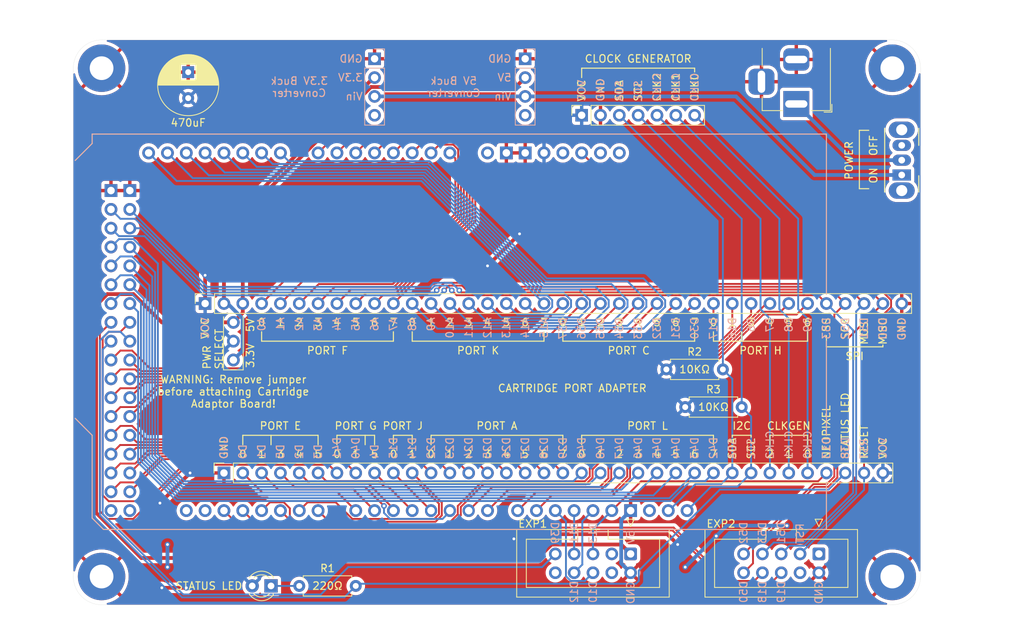
<source format=kicad_pcb>
(kicad_pcb (version 20221018) (generator pcbnew)
  (title_block (title "OSCR SHIELD") (date "2023-02-12"))
  (layers (0 "F.Cu" signal) (31 "B.Cu" signal) (34 "B.Paste" user) (35 "F.Paste" user) (36 "B.SilkS" user "B.Silkscreen") (37 "F.SilkS" user "F.Silkscreen") (38 "B.Mask" user) (39 "F.Mask" user) (44 "Edge.Cuts" user))
  (net 0 "")
  (net 1 "D30")
  (net 2 "D31")
  (net 3 "D28")
  (net 4 "D29")
  (net 5 "D26")
  (net 6 "D27")
  (net 7 "D24")
  (net 8 "D25")
  (net 9 "D22")
  (net 10 "D23")
  (net 11 "D18")
  (net 12 "D19")
  (net 13 "D16")
  (net 14 "D17")
  (net 15 "D14")
  (net 16 "D15")
  (net 17 "D12")
  (net 18 "D13")
  (net 19 "D10")
  (net 20 "D11")
  (net 21 "D8")
  (net 22 "D9")
  (net 23 "D6")
  (net 24 "D7")
  (net 25 "D4")
  (net 26 "D5")
  (net 27 "D2")
  (net 28 "D3")
  (net 29 "D0")
  (net 30 "D1")
  (net 31 "RESET")
  (net 32 "VCC")
  (net 33 "GND")
  (net 34 "D46")
  (net 35 "D47")
  (net 36 "D44")
  (net 37 "D45")
  (net 38 "D42")
  (net 39 "D43")
  (net 40 "D40")
  (net 41 "D41")
  (net 42 "D38")
  (net 43 "D39")
  (net 44 "D36")
  (net 45 "D37")
  (net 46 "D34")
  (net 47 "D32")
  (net 48 "D33")
  (net 49 "A14")
  (net 50 "A15")
  (net 51 "A12")
  (net 52 "A13")
  (net 53 "A10")
  (net 54 "A11")
  (net 55 "A8")
  (net 56 "A9")
  (net 57 "A6")
  (net 58 "A7")
  (net 59 "A4")
  (net 60 "A5")
  (net 61 "A2")
  (net 62 "A3")
  (net 63 "A0")
  (net 64 "A1")
  (net 65 "+5V")
  (net 66 "D35")
  (net 67 "D49")
  (net 68 "D48")
  (net 69 "CLK2")
  (net 70 "CLK1")
  (net 71 "CLK0")
  (net 72 "Net-(D1-K)")
  (net 74 "+VDC")
  (net 76 "+3.3V")
  (net 78 "SS")
  (net 79 "SCK")
  (net 80 "MOSI")
  (net 81 "MISO")
  (net 82 "SDA")
  (net 83 "SCL")
  (net 90 "VBUS")
  (footprint "Connector_PinSocket_2.54mm:PinSocket_1x38_P2.54mm_Vertical" (layer "F.Cu") (at 106.68 99.06 90)
    (fp_text reference "J4")
    (fp_text value "CART SLOT TOP ROW")
  )
  (footprint "Connector_BarrelJack:BarrelJack_Horizontal" (layer "F.Cu") (at 186.436 72.136 -90)
    (fp_text reference "J1" hide)
    (fp_text value "Barrel_Jack(+12V)")
  )
  (footprint "MountingHole:MountingHole_3.2mm_M3_Pad" (layer "F.Cu") (at 199.39 67.31)
    (fp_text reference "H3" hide)
    (fp_text value "MountingHole_Pad")
  )
  (footprint "Connector_IDC:IDC-Header_2x05_P2.54mm_Vertical" (layer "F.Cu") (at 164.084 132.842 -90)
    (fp_text reference "J7")
    (fp_text value "EXP1")
  )
  (footprint "LED_THT:LED_D3.0mm" (layer "F.Cu") (at 115.57 137.16 180)
    (fp_text reference "D1")
    (fp_text value "LED" hide)
  )
  (footprint "MountingHole:MountingHole_3.2mm_M3_Pad" (layer "F.Cu") (at 199.39 135.89)
    (fp_text reference "H2" hide)
    (fp_text value "MountingHole_Pad" hide)
  )
  (footprint "Connector_PinSocket_2.54mm:PinSocket_1x36_P2.54mm_Vertical" (layer "F.Cu") (at 109.22 121.92 90)
    (fp_text reference "J5" hide)
    (fp_text value "CART SLOT BOTTOM ROW")
  )
  (footprint "Arduino:Arduino_Mega2560_Shield" (layer "F.Cu") (at 190.5 76.2 180)
    (fp_text reference "XA1" hide)
    (fp_text value "Arduino_Mega2560_Shield")
  )
  (footprint "MountingHole:MountingHole_3.2mm_M3_Pad" (layer "F.Cu") (at 92.71 67.31)
    (fp_text reference "H4" hide)
    (fp_text value "MountingHole_Pad")
  )
  (footprint "Connector_PinSocket_2.54mm:PinSocket_1x07_P2.54mm_Vertical" (layer "F.Cu") (at 157.48 73.66 90)
    (fp_text reference "J6" hide)
    (fp_text value "Conn_01x07")
  )
  (footprint "Connector_PinHeader_2.54mm:PinHeader_1x03_P2.54mm_Vertical" (layer "F.Cu") (at 110.49 106.68 180)
    (fp_text reference "J9" hide)
    (fp_text value "Power_Select")
  )
  (footprint "Capacitor_THT:CP_Radial_D8.0mm_P3.50mm" (layer "F.Cu") (at 104.394 71.346 90)
    (fp_text reference "C1")
    (fp_text value "C_Polarized")
  )
  (footprint "Resistor_THT:R_Axial_DIN0207_L6.3mm_D2.5mm_P7.62mm_Horizontal" (layer "F.Cu") (at 168.91 107.95)
    (fp_text reference "R2")
    (fp_text value "10K")
  )
  (footprint "Connector_IDC:IDC-Header_2x05_P2.54mm_Vertical" (layer "F.Cu") (at 189.484 132.842 -90)
    (fp_text reference "J8")
    (fp_text value "EXP2")
  )
  (footprint "MountingHole:MountingHole_3.2mm_M3_Pad" (layer "F.Cu") (at 92.71 135.89)
    (fp_text reference "H1" hide)
    (fp_text value "MountingHole_Pad")
  )
  (footprint "Resistor_THT:R_Axial_DIN0207_L6.3mm_D2.5mm_P7.62mm_Horizontal" (layer "F.Cu") (at 119.38 137.16)
    (fp_text reference "R1")
    (fp_text value "220R")
  )
  (footprint "Button_Switch_THT:SW_CuK_OS102011MA1QN1_SPDT_Angled" (layer "F.Cu") (at 200.66 81.72 90)
    (fp_text reference "SW1" hide)
    (fp_text value "POWER" hide)
  )
  (footprint "Resistor_THT:R_Axial_DIN0207_L6.3mm_D2.5mm_P7.62mm_Horizontal" (layer "F.Cu") (at 171.45 113.03)
    (fp_text reference "R3")
    (fp_text value "10K")
  )
  (footprint "Connector_PinHeader_2.54mm:PinHeader_1x04_P2.54mm_Vertical" (layer "B.Cu") (at 149.86 66.04 180)
    (fp_text reference "J2" hide)
    (fp_text value "5V Buck (MPM3610)")
  )
  (footprint "Connector_PinHeader_2.54mm:PinHeader_1x04_P2.54mm_Vertical" (layer "B.Cu") (at 129.54 66.04 180)
    (fp_text reference "J3" hide)
    (fp_text value "3.3V Buck (MPM3610)")
  )
  (gr_line (start 128.27 116.84) (end 128.27 118.11) (stroke (width 0.15)) (layer "F.SilkS"))
  (gr_line (start 157.48 67.31) (end 157.48 68.58) (stroke (width 0.15)) (layer "F.SilkS"))
  (gr_line (start 194.945 75.692) (end 194.945 83.566) (stroke (width 0.15)) (layer "F.SilkS"))
  (gr_line (start 172.72 67.31) (end 157.48 67.31) (stroke (width 0.15)) (layer "F.SilkS"))
  (gr_line (start 182.88 116.84) (end 187.96 116.84) (stroke (width 0.15)) (layer "F.SilkS"))
  (gr_line (start 114.3 104.14) (end 132.08 104.14) (stroke (width 0.15)) (layer "F.SilkS"))
  (gr_line (start 137.16 118.11) (end 137.16 116.84) (stroke (width 0.15)) (layer "F.SilkS"))
  (gr_line (start 196.215 83.566) (end 194.945 83.566) (stroke (width 0.15)) (layer "F.SilkS"))
  (gr_line (start 154.94 104.14) (end 172.72 104.14) (stroke (width 0.15)) (layer "F.SilkS"))
  (gr_line (start 114.3 102.87) (end 114.3 104.14) (stroke (width 0.15)) (layer "F.SilkS"))
  (gr_line (start 194.945 75.692) (end 196.215 75.692) (stroke (width 0.15)) (layer "F.SilkS"))
  (gr_line (start 182.88 118.11) (end 182.88 116.84) (stroke (width 0.15)) (layer "F.SilkS"))
  (gr_line (start 129.54 116.84) (end 129.54 118.11) (stroke (width 0.15)) (layer "F.SilkS"))
  (gr_line (start 115.57 116.84) (end 115.57 118.11) (stroke (width 0.15)) (layer "F.SilkS"))
  (gr_line (start 175.26 102.87) (end 175.26 104.14) (stroke (width 0.15)) (layer "F.SilkS"))
  (gr_line (start 137.16 116.84) (end 154.94 116.84) (stroke (width 0.15)) (layer "F.SilkS"))
  (gr_line (start 154.94 116.84) (end 154.94 118.11) (stroke (width 0.15)) (layer "F.SilkS"))
  (gr_line (start 179.07 102.87) (end 179.07 104.14) (stroke (width 0.15)) (layer "F.SilkS"))
  (gr_line (start 132.08 104.14) (end 132.08 102.87) (stroke (width 0.15)) (layer "F.SilkS"))
  (gr_line (start 175.26 104.14) (end 187.96 104.14) (stroke (width 0.15)) (layer "F.SilkS"))
  (gr_line (start 172.72 67.818) (end 172.72 67.31) (stroke (width 0.15)) (layer "F.SilkS"))
  (gr_line (start 154.94 102.87) (end 154.94 104.14) (stroke (width 0.15)) (layer "F.SilkS"))
  (gr_line (start 157.48 118.11) (end 157.48 116.84) (stroke (width 0.15)) (layer "F.SilkS"))
  (gr_line (start 124.46 116.84) (end 129.54 116.84) (stroke (width 0.15)) (layer "F.SilkS"))
  (gr_line (start 111.76 116.84) (end 121.92 116.84) (stroke (width 0.15)) (layer "F.SilkS"))
  (gr_line (start 121.92 116.84) (end 121.92 118.11) (stroke (width 0.15)) (layer "F.SilkS"))
  (gr_line (start 132.08 116.84) (end 134.62 116.84) (stroke (width 0.15)) (layer "F.SilkS"))
  (gr_line (start 124.46 118.11) (end 124.46 116.84) (stroke (width 0.15)) (layer "F.SilkS"))
  (gr_line (start 187.96 116.84) (end 187.96 118.11) (stroke (width 0.15)) (layer "F.SilkS"))
  (gr_line (start 187.96 104.14) (end 187.96 102.87) (stroke (width 0.15)) (layer "F.SilkS"))
  (gr_line (start 198.12 104.648) (end 198.12 104.902) (stroke (width 0.15)) (layer "F.SilkS"))
  (gr_line (start 134.62 102.87) (end 134.62 104.14) (stroke (width 0.15)) (layer "F.SilkS"))
  (gr_line (start 111.76 118.11) (end 111.76 116.84) (stroke (width 0.15)) (layer "F.SilkS"))
  (gr_line (start 134.62 104.14) (end 152.4 104.14) (stroke (width 0.15)) (layer "F.SilkS"))
  (gr_line (start 190.5 104.902) (end 190.5 103.378) (stroke (width 0.15)) (layer "F.SilkS"))
  (gr_line (start 172.72 104.14) (end 172.72 102.87) (stroke (width 0.15)) (layer "F.SilkS"))
  (gr_line (start 180.34 116.84) (end 180.34 117.094) (stroke (width 0.15)) (layer "F.SilkS"))
  (gr_line (start 175.26 116.84) (end 175.26 118.11) (stroke (width 0.15)) (layer "F.SilkS"))
  (gr_line (start 152.4 104.14) (end 152.4 102.87) (stroke (width 0.15)) (layer "F.SilkS"))
  (gr_line (start 132.08 118.11) (end 132.08 116.84) (stroke (width 0.15)) (layer "F.SilkS"))
  (gr_line (start 157.48 116.84) (end 175.26 116.84) (stroke (width 0.15)) (layer "F.SilkS"))
  (gr_line (start 177.8 117.094) (end 177.8 116.84) (stroke (width 0.15)) (layer "F.SilkS"))
  (gr_line (start 177.8 116.84) (end 180.34 116.84) (stroke (width 0.15)) (layer "F.SilkS"))
  (gr_line (start 190.5 104.902) (end 198.12 104.902) (stroke (width 0.15)) (layer "F.SilkS"))
  (gr_line (start 134.62 116.84) (end 134.62 118.11) (stroke (width 0.15)) (layer "F.SilkS"))
  (gr_arc (start 92.71 139.7) (mid 90.015923 138.584077) (end 88.9 135.89) (stroke (width 0.0254)) (layer "Edge.Cuts"))
  (gr_arc (start 199.39 63.5) (mid 202.084077 64.615923) (end 203.2 67.31) (stroke (width 0.0254)) (layer "Edge.Cuts"))
  (gr_line (start 203.2 135.89) (end 203.2 67.31) (stroke (width 0.0254)) (layer "Edge.Cuts"))
  (gr_line (start 88.9 135.89) (end 88.9 67.31) (stroke (width 0.0254)) (layer "Edge.Cuts"))
  (gr_line (start 199.39 63.5) (end 92.71 63.5) (stroke (width 0.0254)) (layer "Edge.Cuts"))
  (gr_arc (start 88.9 67.31) (mid 90.015923 64.615923) (end 92.71 63.5) (stroke (width 0.0254)) (layer "Edge.Cuts"))
  (gr_arc (start 203.2 135.89) (mid 202.084077 138.584077) (end 199.39 139.7) (stroke (width 0.0254)) (layer "Edge.Cuts"))
  (gr_line (start 92.71 139.7) (end 199.39 139.7) (stroke (width 0.0254)) (layer "Edge.Cuts"))
  (gr_text "D43" (at 172.72 120.142 90) (layer "B.SilkS") (effects (font (size 1.016 1.016) (thickness 0.1524)) (justify right mirror)))
  (gr_text "D3" (at 121.92 120.142 90) (layer "B.SilkS") (effects (font (size 1.016 1.016) (thickness 0.1524)) (justify right mirror)))
  (gr_text "D1" (at 114.3 120.142 90) (layer "B.SilkS") (effects (font (size 1.016 1.016) (thickness 0.1524)) (justify right mirror)))
  (gr_text "D9" (at 187.96 100.838 90) (layer "B.SilkS") (effects (font (size 1.016 1.016) (thickness 0.1524)) (justify left mirror)))
  (gr_text "A6" (at 129.54 100.838 90) (layer "B.SilkS") (effects (font (size 1.016 1.016) (thickness 0.1524)) (justify left mirror)))
  (gr_text "D10" (at 159.004 136.398 90) (layer "B.SilkS") (effects (font (size 1.016 1.016) (thickness 0.1524)) (justify left mirror)))
  (gr_text "D48" (at 160.02 120.142 90) (layer "B.SilkS") (effects (font (size 1.016 1.016) (thickness 0.1524)) (justify right mirror)))
  (gr_text "D52" (at 193.04 100.838 90) (layer "B.SilkS") (effects (font (size 1.016 1.016) (thickness 0.1524)) (justify left mirror)))
  (gr_text "VCC" (at 198.12 120.142 90) (layer "B.SilkS") (effects (font (size 1.016 1.016) (thickness 0.1524)) (justify right mirror)))
  (gr_text "A4" (at 124.46 100.838 90) (layer "B.SilkS") (effects (font (size 1.016 1.016) (thickness 0.1524)) (justify left mirror)))
  (gr_text "A2" (at 119.38 100.838 90) (layer "B.SilkS") (effects (font (size 1.016 1.016) (thickness 0.1524)) (justify left mirror)))
  (gr_text "GND" (at 128.016 66.04) (layer "B.SilkS") (effects (font (size 1.016 1.016) (thickness 0.1524)) (justify left mirror)))
  (gr_text "D31" (at 170.18 100.838 90) (layer "B.SilkS") (effects (font (size 1.016 1.016) (thickness 0.1524)) (justify left mirror)))
  (gr_text "5V" (at 148.082 68.58) (layer "B.SilkS") (effects (font (size 1.016 1.016) (thickness 0.1524)) (justify left mirror)))
  (gr_text "D23" (at 139.7 120.142 90) (layer "B.SilkS") (effects (font (size 1.016 1.016) (thickness 0.1524)) (justify right mirror)))
  (gr_text "D7" (at 182.88 100.838 90) (layer "B.SilkS") (effects (font (size 1.016 1.016) (thickness 0.1524)) (justify left mirror)))
  (gr_text "RST" (at 186.944 131.572 90) (layer "B.SilkS") (effects (font (size 1.016 1.016) (thickness 0.1524)) (justify right mirror)))
  (gr_text "D49" (at 157.48 120.142 90) (layer "B.SilkS") (effects (font (size 1.016 1.016) (thickness 0.1524)) (justify right mirror)))
  (gr_text "D38" (at 193.04 120.142 90) (layer "B.SilkS") (effects (font (size 1.016 1.016) (thickness 0.1524)) (justify right mirror)))
  (gr_text "A10" (at 139.7 100.838 90) (layer "B.SilkS") (effects (font (size 1.016 1.016) (thickness 0.1524)) (justify left mirror)))
  (gr_text "D37" (at 154.94 100.838 90) (layer "B.SilkS") (effects (font (size 1.016 1.016) (thickness 0.1524)) (justify left mirror)))
  (gr_text "GND" (at 160.02 71.882 90) (layer "B.SilkS") (effects (font (size 1.016 1.016) (thickness 0.1524)) (justify right mirror)))
  (gr_text "D4" (at 129.54 120.142 90) (layer "B.SilkS") (effects (font (size 1.016 1.016) (thickness 0.1524)) (justify right mirror)))
  (gr_text "D32" (at 167.64 100.838 90) (layer "B.SilkS") (effects (font (size 1.016 1.016) (thickness 0.1524)) (justify left mirror)))
  (gr_text "D8" (at 185.42 100.838 90) (layer "B.SilkS") (effects (font (size 1.016 1.016) (thickness 0.1524)) (justify left mirror)))
  (gr_text "CLK2" (at 167.64 71.882 90) (layer "B.SilkS") (effects (font (size 1.016 1.016) (thickness 0.1524)) (justify right mirror)))
  (gr_text "GND" (at 148.082 66.04) (layer "B.SilkS") (effects (font (size 1.016 1.016) (thickness 0.1524)) (justify left mirror)))
  (gr_text "D11" (at 156.464 131.572 90) (layer "B.SilkS") (effects (font (size 1.016 1.016) (thickness 0.1524)) (justify right mirror)))
  (gr_text "D30" (at 172.72 100.838 90) (layer "B.SilkS") (effects (font (size 1.016 1.016) (thickness 0.1524)) (justify left mirror)))
  (gr_text "D29" (at 154.94 120.142 90) (layer "B.SilkS") (effects (font (size 1.016 1.016) (thickness 0.1524)) (justify right mirror)))
  (gr_text "RST" (at 195.58 120.142 90) (layer "B.SilkS") (effects (font (size 1.016 1.016) (thickness 0.1524)) (justify right mirror)))
  (gr_text "CLK1" (at 170.18 71.882 90) (layer "B.SilkS") (effects (font (size 1.016 1.016) (thickness 0.1524)) (justify right mirror)))
  (gr_text "A14" (at 149.86 100.838 90) (layer "B.SilkS") (effects (font (size 1.016 1.016) (thickness 0.1524)) (justify left mirror)))
  (gr_text "D2" (at 119.38 120.142 90) (layer "B.SilkS") (effects (font (size 1.016 1.016) (thickness 0.1524)) (justify right mirror)))
  (gr_text "D50" (at 198.12 100.838 90) (layer "B.SilkS") (effects (font (size 1.016 1.016) (thickness 0.1524)) (justify left mirror)))
  (gr_text "CLK2" (at 182.88 120.142 90) (layer "B.SilkS") (effects (font (size 1.016 1.016) (thickness 0.1524)) (justify right mirror)))
  (gr_text "D14" (at 134.62 120.142 90) (layer "B.SilkS") (effects (font (size 1.016 1.016) (thickness 0.1524)) (justify right mirror)))
  (gr_text "CLK0" (at 172.72 71.882 90) (layer "B.SilkS") (effects (font (size 1.016 1.016) (thickness 0.1524)) (justify right mirror)))
  (gr_text "D39" (at 153.924 131.572 90) (layer "B.SilkS") (effects (font (size 1.016 1.016) (thickness 0.1524)) (justify right mirror)))
  (gr_text "D50" (at 179.324 136.398 90) (layer "B.SilkS") (effects (font (size 1.016 1.016) (thickness 0.1524)) (justify left mirror)))
  (gr_text "D47" (at 162.56 120.142 90) (layer "B.SilkS") (effects (font (size 1.016 1.016) (thickness 0.1524)) (justify right mirror)))
  (gr_text "D6" (at 180.34 100.838 90) (layer "B.SilkS") (effects (font (size 1.016 1.016) (thickness 0.1524)) (justify left mirror)))
  (gr_text "D53" (at 190.5 100.838 90) (layer "B.SilkS") (effects (font (size 1.016 1.016) (thickness 0.1524)) (justify left mirror)))
  (gr_text "A0" (at 114.3 100.838 90) (layer "B.SilkS") (effects (font (size 1.016 1.016) (thickness 0.1524)) (justify left mirror)))
  (gr_text "Vin" (at 148.082 71.12) (layer "B.SilkS") (effects (font (size 1.016 1.016) (thickness 0.1524)) (justify left mirror)))
  (gr_text "D40" (at 127 120.142 90) (layer "B.SilkS") (effects (font (size 1.016 1.016) (thickness 0.1524)) (justify right mirror)))
  (gr_text "5V" (at 164.084 131.572 90) (layer "B.SilkS") (effects (font (size 1.016 1.016) (thickness 0.1524)) (justify right mirror)))
  (gr_text "A5" (at 127 100.838 90) (layer "B.SilkS") (effects (font (size 1.016 1.016) (thickness 0.1524)) (justify left mirror)))
  (gr_text "D13" (at 159.004 131.572 90) (layer "B.SilkS") (effects (font (size 1.016 1.016) (thickness 0.1524)) (justify right mirror)))
  (gr_text "CLK1" (at 185.42 120.142 90) (layer "B.SilkS") (effects (font (size 1.016 1.016) (thickness 0.1524)) (justify right mirror)))
  (gr_text "D52" (at 179.324 131.572 90) (layer "B.SilkS") (effects (font (size 1.016 1.016) (thickness 0.1524)) (justify right mirror)))
  (gr_text "SDA" (at 162.56 71.882 90) (layer "B.SilkS") (effects (font (size 1.016 1.016) (thickness 0.1524)) (justify right mirror)))
  (gr_text "A1" (at 116.84 100.838 90) (layer "B.SilkS") (effects (font (size 1.016 1.016) (thickness 0.1524)) (justify left mirror)))
  (gr_text "3.3V" (at 128.016 68.58) (layer "B.SilkS") (effects (font (size 1.016 1.016) (thickness 0.1524)) (justify left mirror)))
  (gr_text "D24" (at 142.24 120.142 90) (layer "B.SilkS") (effects (font (size 1.016 1.016) (thickness 0.1524)) (justify right mirror)))
  (gr_text "D44" (at 170.18 120.142 90) (layer "B.SilkS") (effects (font (size 1.016 1.016) (thickness 0.1524)) (justify right mirror)))
  (gr_text "D22" (at 137.16 120.142 90) (layer "B.SilkS") (effects (font (size 1.016 1.016) (thickness 0.1524)) (justify right mirror)))
  (gr_text "VCC" (at 157.48 71.882 90) (layer "B.SilkS") (effects (font (size 1.016 1.016) (thickness 0.1524)) (justify right mirror)))
  (gr_text "A12" (at 144.78 100.838 90) (layer "B.SilkS") (effects (font (size 1.016 1.016) (thickness 0.1524)) (justify left mirror)))
  (gr_text "D26" (at 147.32 120.142 90) (layer "B.SilkS") (effects (font (size 1.016 1.016) (thickness 0.1524)) (justify right mirror)))
  (gr_text "D42" (at 175.26 120.142 90) (layer "B.SilkS") (effects (font (size 1.016 1.016) (thickness 0.1524)) (justify right mirror)))
  (gr_text "VCC" (at 106.68 100.838 90) (layer "B.SilkS") (effects (font (size 1.016 1.016) (thickness 0.1524)) (justify left mirror)))
  (gr_text "Vin" (at 128.016 71.12) (layer "B.SilkS") (effects (font (size 1.016 1.016) (thickness 0.1524)) (justify left mirror)))
  (gr_text "D5" (at 116.84 120.142 90) (layer "B.SilkS") (effects (font (size 1.016 1.016) (thickness 0.1524)) (justify right mirror)))
  (gr_text "A3" (at 121.92 100.838 90) (layer "B.SilkS") (effects (font (size 1.016 1.016) (thickness 0.1524)) (justify left mirror)))
  (gr_text "GND" (at 164.084 136.398 90) (layer "B.SilkS") (effects (font (size 1.016 1.016) (thickness 0.1524)) (justify left mirror)))
  (gr_text "D36" (at 157.48 100.838 90) (layer "B.SilkS") (effects (font (size 1.016 1.016) (thickness 0.1524)) (justify left mirror)))
  (gr_text "D51" (at 195.58 100.838 90) (layer "B.SilkS") (effects (font (size 1.016 1.016) (thickness 0.1524)) (justify left mirror)))
  (gr_text "D33" (at 165.1 100.838 90) (layer "B.SilkS") (effects (font (size 1.016 1.016) (thickness 0.1524)) (justify left mirror)))
  (gr_text "D34" (at 162.56 100.838 90) (layer "B.SilkS") (effects (font (size 1.016 1.016) (thickness 0.1524)) (justify left mirror)))
  (gr_text "D15" (at 132.08 120.142 90) (layer "B.SilkS") (effects (font (size 1.016 1.016) (thickness 0.1524)) (justify right mirror)))
  (gr_text "GND" (at 109.22 120.142 90) (layer "B.SilkS") (effects (font (size 1.016 1.016) (thickness 0.1524)) (justify right mirror)))
  (gr_text "D28" (at 152.4 120.142 90) (layer "B.SilkS") (effects (font (size 1.016 1.016) (thickness 0.1524)) (justify right mirror)))
  (gr_text "SCL" (at 180.34 120.142 90) (layer "B.SilkS") (effects (font (size 1.016 1.016) (thickness 0.1524)) (justify right mirror)))
  (gr_text "CLK0" (at 187.96 120.142 90) (layer "B.SilkS") (effects (font (size 1.016 1.016) (thickness 0.1524)) (justify right mirror)))
  (gr_text "D17" (at 175.26 100.838 90) (layer "B.SilkS") (effects (font (size 1.016 1.016) (thickness 0.1524)) (justify left mirror)))
  (gr_text "D41" (at 124.46 120.142 90) (layer "B.SilkS") (effects (font (size 1.016 1.016) (thickness 0.1524)) (justify right mirror)))
  (gr_text "D19" (at 184.404 136.398 90) (layer "B.SilkS") (effects (font (size 1.016 1.016) (thickness 0.1524)) (justify left mirror)))
  (gr_text "A9" (at 137.16 100.838 90) (layer "B.SilkS") (effects (font (size 1.016 1.016) (thickness 0.1524)) (justify left mirror)))
  (gr_text "A7" (at 132.08 100.838 90) (layer "B.SilkS") (effects (font (size 1.016 1.016) (thickness 0.1524)) (justify left mirror)))
  (gr_text "D27" (at 149.86 120.142 90) (layer "B.SilkS") (effects (font (size 1.016 1.016) (thickness 0.1524)) (justify right mirror)))
  (gr_text "SCL" (at 165.1 71.882 90) (layer "B.SilkS") (effects (font (size 1.016 1.016) (thickness 0.1524)) (justify right mirror)))
  (gr_text "GND" (at 200.66 100.838 90) (layer "B.SilkS") (effects (font (size 1.016 1.016) (thickness 0.1524)) (justify left mirror)))
  (gr_text "A8" (at 134.62 100.838 90) (layer "B.SilkS") (effects (font (size 1.016 1.016) (thickness 0.1524)) (justify left mirror)))
  (gr_text "D53" (at 181.864 131.572 90) (layer "B.SilkS") (effects (font (size 1.016 1.016) (thickness 0.1524)) (justify right mirror)))
  (gr_text "D46" (at 165.1 120.142 90) (layer "B.SilkS") (effects (font (size 1.016 1.016) (thickness 0.1524)) (justify right mirror)))
  (gr_text "D12" (at 156.464 136.398 90) (layer "B.SilkS") (effects (font (size 1.016 1.016) (thickness 0.1524)) (justify left mirror)))
  (gr_text "GND" (at 189.484 136.398 90) (layer "B.SilkS") (effects (font (size 1.016 1.016) (thickness 0.1524)) (justify left mirror)))
  (gr_text "A11" (at 142.24 100.838 90) (layer "B.SilkS") (effects (font (size 1.016 1.016) (thickness 0.1524)) (justify left mirror)))
  (gr_text "SDA" (at 177.8 120.142 90) (layer "B.SilkS") (effects (font (size 1.016 1.016) (thickness 0.1524)) (justify right mirror)))
  (gr_text "A13" (at 147.32 100.838 90) (layer "B.SilkS") (effects (font (size 1.016 1.016) (thickness 0.1524)) (justify left mirror)))
  (gr_text "5V Buck\nConverter" (at 140.208 69.84) (layer "B.SilkS") (effects (font (size 1.016 1.016) (thickness 0.1524)) (justify mirror)))
  (gr_text "D16" (at 177.8 100.838 90) (layer "B.SilkS") (effects (font (size 1.016 1.016) (thickness 0.1524)) (justify left mirror)))
  (gr_text "D13" (at 190.5 120.142 90) (layer "B.SilkS") (effects (font (size 1.016 1.016) (thickness 0.1524)) (justify right mirror)))
  (gr_text "D18" (at 181.864 136.398 90) (layer "B.SilkS") (effects (font (size 1.016 1.016) (thickness 0.1524)) (justify left mirror)))
  (gr_text "A15" (at 152.4 100.838 90) (layer "B.SilkS") (effects (font (size 1.016 1.016) (thickness 0.1524)) (justify left mirror)))
  (gr_text "D25" (at 144.78 120.142 90) (layer "B.SilkS") (effects (font (size 1.016 1.016) (thickness 0.1524)) (justify right mirror)))
  (gr_text "D45" (at 167.64 120.142 90) (layer "B.SilkS") (effects (font (size 1.016 1.016) (thickness 0.1524)) (justify right mirror)))
  (gr_text "3.3V Buck\nConverter" (at 119.38 69.85) (layer "B.SilkS") (effects (font (size 1.016 1.016) (thickness 0.1524)) (justify mirror)))
  (gr_text "D0" (at 111.76 120.142 90) (layer "B.SilkS") (effects (font (size 1.016 1.016) (thickness 0.1524)) (justify right mirror)))
  (gr_text "D51" (at 184.404 131.572 90) (layer "B.SilkS") (effects (font (size 1.016 1.016) (thickness 0.1524)) (justify right mirror)))
  (gr_text "D35" (at 160.02 100.838 90) (layer "B.SilkS") (effects (font (size 1.016 1.016) (thickness 0.1524)) (justify left mirror)))
  (gr_text "0" (at 175.26 101.6) (layer "F.SilkS") (effects (font (size 1.016 1.016) (thickness 0.1524))))
  (gr_text "4" (at 147.32 119.38) (layer "F.SilkS") (effects (font (size 1.016 1.016) (thickness 0.1524))))
  (gr_text "1" (at 114.3 119.38) (layer "F.SilkS") (effects (font (size 1.016 1.016) (thickness 0.1524))))
  (gr_text "0" (at 111.76 119.38) (layer "F.SilkS") (effects (font (size 1.016 1.016) (thickness 0.1524))))
  (gr_text "SDA" (at 162.56 71.882 90) (layer "F.SilkS") (effects (font (size 1.016 1.016) (thickness 0.1524)) (justify left)))
  (gr_text "RESET" (at 195.58 120.142 90) (layer "F.SilkS") (effects (font (size 1.016 1.016) (thickness 0.1524)) (justify left)))
  (gr_text "5" (at 149.86 119.38) (layer "F.SilkS") (effects (font (size 1.016 1.016) (thickness 0.1524))))
  (gr_text "3" (at 162.56 101.6) (layer "F.SilkS") (effects (font (size 1.016 1.016) (thickness 0.1524))))
  (gr_text "6" (at 129.54 101.6) (layer "F.SilkS") (effects (font (size 1.016 1.016) (thickness 0.1524))))
  (gr_text "3.3V  5V" (at 112.776 104.394 90) (layer "F.SilkS") (effects (font (size 1.016 1.016) (thickness 0.1524))))
  (gr_text "10KΩ" (at 172.72 107.95) (layer "F.SilkS") (effects (font (size 1.016 1.016) (thickness 0.1524))))
  (gr_text "CLKGEN" (at 185.42 115.57) (layer "F.SilkS") (effects (font (size 1.016 1.016) (thickness 0.1524))))
  (gr_text "VCC" (at 106.68 100.838 90) (layer "F.SilkS") (effects (font (size 1.016 1.016) (thickness 0.1524)) (justify right)))
  (gr_text "PORT K" (at 143.51 105.41) (layer "F.SilkS") (effects (font (size 1.016 1.016) (thickness 0.1524))))
  (gr_text "7" (at 175.26 119.38) (layer "F.SilkS") (effects (font (size 1.016 1.016) (thickness 0.1524))))
  (gr_text "6" (at 152.4 119.38) (layer "F.SilkS") (effects (font (size 1.016 1.016) (thickness 0.1524))))
  (gr_text "1" (at 134.62 119.38) (layer "F.SilkS") (effects (font (size 1.016 1.016) (thickness 0.1524))))
  (gr_text "SS" (at 190.5 100.838 90) (layer "F.SilkS") (effects (font (size 1.016 1.016) (thickness 0.1524)) (justify right)))
  (gr_text "CLK0" (at 172.72 71.882 90) (layer "F.SilkS") (effects (font (size 1.016 1.016) (thickness 0.1524)) (justify left)))
  (gr_text "POWER" (at 193.548 79.756 90) (layer "F.SilkS") (effects (font (size 1.016 1.016) (thickness 0.1524))))
  (gr_text "1" (at 137.16 101.6) (layer "F.SilkS") (effects (font (size 1.016 1.016) (thickness 0.1524))))
  (gr_text "0" (at 187.96 119.38) (layer "F.SilkS") (effects (font (size 1.016 1.016) (thickness 0.1524))))
  (gr_text "0" (at 134.62 101.6) (layer "F.SilkS") (effects (font (size 1.016 1.016) (thickness 0.1524))))
  (gr_text "6" (at 187.96 101.6) (layer "F.SilkS") (effects (font (size 1.016 1.016) (thickness 0.1524))))
  (gr_text "3" (at 144.78 119.38) (layer "F.SilkS") (effects (font (size 1.016 1.016) (thickness 0.1524))))
  (gr_text "1" (at 127 119.38) (layer "F.SilkS") (effects (font (size 1.016 1.016) (thickness 0.1524))))
  (gr_text "4" (at 182.88 101.6) (layer "F.SilkS") (effects (font (size 1.016 1.016) (thickness 0.1524))))
  (gr_text "OFF" (at 196.85 77.724 90) (layer "F.SilkS") (effects (font (size 1.016 1.016) (thickness 0.1524))))
  (gr_text "PORT H" (at 181.61 105.41) (layer "F.SilkS") (effects (font (size 1.016 1.016) (thickness 0.1524))))
  (gr_text "5" (at 167.64 101.6) (layer "F.SilkS") (effects (font (size 1.016 1.016) (thickness 0.1524))))
  (gr_text "2" (at 160.02 101.6) (layer "F.SilkS") (effects (font (size 1.016 1.016) (thickness 0.1524))))
  (gr_text "5" (at 147.32 101.6) (layer "F.SilkS") (effects (font (size 1.016 1.016) (thickness 0.1524))))
  (gr_text "PORT A" (at 146.05 115.57) (layer "F.SilkS") (effects (font (size 1.016 1.016) (thickness 0.1524))))
  (gr_text "0" (at 137.16 119.38) (layer "F.SilkS") (effects (font (size 1.016 1.016) (thickness 0.1524))))
  (gr_text "SCL" (at 180.34 120.142 90) (layer "F.SilkS") (effects (font (size 1.016 1.016) (thickness 0.1524)) (justify left)))
  (gr_text "SCK" (at 193.04 100.838 90) (layer "F.SilkS") (effects (font (size 1.016 1.016) (thickness 0.1524)) (justify right)))
  (gr_text "PORT C" (at 163.83 105.41) (layer "F.SilkS") (effects (font (size 1.016 1.016) (thickness 0.1524))))
  (gr_text "STATUS LED" (at 111.76 137.16) (layer "F.SilkS") (effects (font (size 1.016 1.016) (thickness 0.1524)) (justify right)))
  (gr_text "1" (at 157.48 101.6) (layer "F.SilkS") (effects (font (size 1.016 1.016) (thickness 0.1524))))
  (gr_text "5" (at 127 101.6) (layer "F.SilkS") (effects (font (size 1.016 1.016) (thickness 0.1524))))
  (gr_text "WARNING: Remove jumper\nbefore attaching Cartridge\nAdaptor Board!" (at 110.49 108.712) (layer "F.SilkS") (effects (font (size 1.016 1.016) (thickness 0.1524)) (justify top)))
  (gr_text "3" (at 165.1 119.38) (layer "F.SilkS") (effects (font (size 1.016 1.016) (thickness 0.1524))))
  (gr_text "4" (at 119.38 119.38) (layer "F.SilkS") (effects (font (size 1.016 1.016) (thickness 0.1524))))
  (gr_text "SDA" (at 177.8 120.142 90) (layer "F.SilkS") (effects (font (size 1.016 1.016) (thickness 0.1524)) (justify left)))
  (gr_text "VCC" (at 198.12 120.142 90) (layer "F.SilkS") (effects (font (size 1.016 1.016) (thickness 0.1524)) (justify left)))
  (gr_text "PORT F" (at 123.19 105.41) (layer "F.SilkS") (effects (font (size 1.016 1.016) (thickness 0.1524))))
  (gr_text "0" (at 114.3 101.6) (layer "F.SilkS") (effects (font (size 1.016 1.016) (thickness 0.1524))))
  (gr_text "PORT J" (at 133.35 115.57) (layer "F.SilkS") (effects (font (size 1.016 1.016) (thickness 0.1524))))
  (gr_text "1" (at 177.8 101.6) (layer "F.SilkS") (effects (font (size 1.016 1.016) (thickness 0.1524))))
  (gr_text "CLOCK GENERATOR" (at 165.1 66.04) (layer "F.SilkS") (effects (font (size 1.016 1.016) (thickness 0.1524))))
  (gr_text "3" (at 180.34 101.6) (layer "F.SilkS") (effects (font (size 1.016 1.016) (thickness 0.1524))))
  (gr_text "470uF" (at 104.394 74.676) (layer "F.SilkS") (effects (font (size 1.016 1.016) (thickness 0.1524))))
  (gr_text "3" (at 116.84 119.38) (layer "F.SilkS") (effects (font (size 1.016 1.016) (thickness 0.1524))))
  (gr_text "EXP1" (at 148.844 128.778) (layer "F.SilkS") (effects (font (size 1.016 1.016) (thickness 0.1524)) (justify left)))
  (gr_text "SPI" (at 194.31 106.172) (layer "F.SilkS") (effects (font (size 1.016 1.016) (thickness 0.1524))))
  (gr_text "GND" (at 109.22 120.142 90) (layer "F.SilkS") (effects (font (size 1.016 1.016) (thickness 0.1524)) (justify left)))
  (gr_text "GND" (at 200.66 100.838 90) (layer "F.SilkS") (effects (font (size 1.016 1.016) (thickness 0.1524)) (justify right)))
  (gr_text "PORT E" (at 116.84 115.57) (layer "F.SilkS") (effects (font (size 1.016 1.016) (thickness 0.1524))))
  (gr_text "ON" (at 196.85 81.788 90) (layer "F.SilkS") (effects (font (size 1.016 1.016) (thickness 0.1524))))
  (gr_text "I2C" (at 179.07 115.57) (layer "F.SilkS") (effects (font (size 1.016 1.016) (thickness 0.1524))))
  (gr_text "0" (at 132.08 119.38) (layer "F.SilkS") (effects (font (size 1.016 1.016) (thickness 0.1524))))
  (gr_text "STATUS LED" (at 193.04 120.142 90) (layer "F.SilkS") (effects (font (size 1.016 1.016) (thickness 0.1524)) (justify left)))
  (gr_text "1" (at 139.7 119.38) (layer "F.SilkS") (effects (font (size 1.016 1.016) (thickness 0.1524))))
  (gr_text "7" (at 154.94 119.38) (layer "F.SilkS") (effects (font (size 1.016 1.016) (thickness 0.1524))))
  (gr_text "SCL" (at 165.1 71.882 90) (layer "F.SilkS") (effects (font (size 1.016 1.016) (thickness 0.1524)) (justify left)))
  (gr_text "220Ω" (at 123.19 137.16) (layer "F.SilkS") (effects (font (size 1.016 1.016) (thickness 0.1524))))
  (gr_text "4" (at 144.78 101.6) (layer "F.SilkS") (effects (font (size 1.016 1.016) (thickness 0.1524))))
  (gr_text "4" (at 167.64 119.38) (layer "F.SilkS") (effects (font (size 1.016 1.016) (thickness 0.1524))))
  (gr_text "MOSI" (at 195.58 100.838 90) (layer "F.SilkS") (effects (font (size 1.016 1.016) (thickness 0.1524)) (justify right)))
  (gr_text "PORT G" (at 127 115.57) (layer "F.SilkS") (effects (font (size 1.016 1.016) (thickness 0.1524))))
  (gr_text "CLK1" (at 170.18 71.882 90) (layer "F.SilkS") (effects (font (size 1.016 1.016) (thickness 0.1524)) (justify left)))
  (gr_text "VCC" (at 157.48 71.882 90) (layer "F.SilkS") (effects (font (size 1.016 1.016) (thickness 0.1524)) (justify left)))
  (gr_text "3" (at 142.24 101.6) (layer "F.SilkS") (effects (font (size 1.016 1.016) (thickness 0.1524))))
  (gr_text "5" (at 185.42 101.6) (layer "F.SilkS") (effects (font (size 1.016 1.016) (thickness 0.1524))))
  (gr_text "0" (at 157.48 119.38) (layer "F.SilkS") (effects (font (size 1.016 1.016) (thickness 0.1524))))
  (gr_text "GND" (at 160.02 71.882 90) (layer "F.SilkS") (effects (font (size 1.016 1.016) (thickness 0.1524)) (justify left)))
  (gr_text "1" (at 160.02 119.38) (layer "F.SilkS") (effects (font (size 1.016 1.016) (thickness 0.1524))))
  (gr_text "6" (at 170.18 101.6) (layer "F.SilkS") (effects (font (size 1.016 1.016) (thickness 0.1524))))
  (gr_text "4" (at 165.1 101.6) (layer "F.SilkS") (effects (font (size 1.016 1.016) (thickness 0.1524))))
  (gr_text "7" (at 132.08 101.6) (layer "F.SilkS") (effects (font (size 1.016 1.016) (thickness 0.1524))))
  (gr_text "7" (at 172.72 101.6) (layer "F.SilkS") (effects (font (size 1.016 1.016) (thickness 0.1524))))
  (gr_text "EXP2" (at 174.244 128.778) (layer "F.SilkS") (effects (font (size 1.016 1.016) (thickness 0.1524)) (justify left)))
  (gr_text "5" (at 121.92 119.38) (layer "F.SilkS") (effects (font (size 1.016 1.016) (thickness 0.1524))))
  (gr_text "CARTRIDGE PORT ADAPTER" (at 156.21 110.49) (layer "F.SilkS") (effects (font (size 1.016 1.016) (thickness 0.1524))))
  (gr_text "CLK2" (at 167.64 71.882 90) (layer "F.SilkS") (effects (font (size 1.016 1.016) (thickness 0.1524)) (justify left)))
  (gr_text "4" (at 124.46 101.6) (layer "F.SilkS") (effects (font (size 1.016 1.016) (thickness 0.1524))))
  (gr_text "5" (at 129.54 119.38) (layer "F.SilkS") (effects (font (size 1.016 1.016) (thickness 0.1524))))
  (gr_text "7" (at 152.4 101.6) (layer "F.SilkS") (effects (font (size 1.016 1.016) (thickness 0.1524))))
  (gr_text "NEOPIXEL" (at 190.5 120.142 90) (layer "F.SilkS") (effects (font (size 1.016 1.016) (thickness 0.1524)) (justify left)))
  (gr_text "1" (at 185.42 119.38) (layer "F.SilkS") (effects (font (size 1.016 1.016) (thickness 0.1524))))
  (gr_text "3" (at 121.92 101.6) (layer "F.SilkS") (effects (font (size 1.016 1.016) (thickness 0.1524))))
  (gr_text "2" (at 182.88 119.38) (layer "F.SilkS") (effects (font (size 1.016 1.016) (thickness 0.1524))))
  (gr_text "6" (at 149.86 101.6) (layer "F.SilkS") (effects (font (size 1.016 1.016) (thickness 0.1524))))
  (gr_text "10KΩ" (at 175.26 113.03) (layer "F.SilkS") (effects (font (size 1.016 1.016) (thickness 0.1524))))
  (gr_text "MISO" (at 198.12 100.838 90) (layer "F.SilkS") (effects (font (size 1.016 1.016) (thickness 0.1524)) (justify right)))
  (gr_text "2" (at 142.24 119.38) (layer "F.SilkS") (effects (font (size 1.016 1.016) (thickness 0.1524))))
  (gr_text "6" (at 172.72 119.38) (layer "F.SilkS") (effects (font (size 1.016 1.016) (thickness 0.1524))))
  (gr_text "2" (at 139.7 101.6) (layer "F.SilkS") (effects (font (size 1.016 1.016) (thickness 0.1524))))
  (gr_text "PORT L" (at 166.37 115.57) (layer "F.SilkS") (effects (font (size 1.016 1.016) (thickness 0.1524))))
  (gr_text "0" (at 124.46 119.38) (layer "F.SilkS") (effects (font (size 1.016 1.016) (thickness 0.1524))))
  (gr_text "1" (at 116.84 101.6) (layer "F.SilkS") (effects (font (size 1.016 1.016) (thickness 0.1524))))
  (gr_text "PWR\nSELECT" (at 109.16 108.01 90) (layer "F.SilkS") (effects (font (size 1.016 1.016) (thickness 0.1524)) (justify left bottom)))
  (gr_text "0" (at 154.94 101.6) (layer "F.SilkS") (effects (font (size 1.016 1.016) (thickness 0.1524))))
  (gr_text "2" (at 162.56 119.38) (layer "F.SilkS") (effects (font (size 1.016 1.016) (thickness 0.1524))))
  (gr_text "5" (at 170.18 119.38) (layer "F.SilkS") (effects (font (size 1.016 1.016) (thickness 0.1524))))
  (gr_text "2" (at 119.38 101.6) (layer "F.SilkS") (effects (font (size 1.016 1.016) (thickness 0.1524))))
  (segment (start 96.52 114.3) (end 100.3554 110.4646) (width 0.254) (layer "F.Cu") (net 1))
  (segment (start 161.3154 110.4646) (end 172.72 99.06) (width 0.254) (layer "F.Cu") (net 1))
  (segment (start 100.3554 110.4646) (end 161.3154 110.4646) (width 0.254) (layer "F.Cu") (net 1))
  (segment (start 100.197584 110.0836) (end 159.1564 110.0836) (width 0.254) (layer "F.Cu") (net 2))
  (segment (start 159.1564 110.0836) (end 170.18 99.06) (width 0.254) (layer "F.Cu") (net 2))
  (segment (start 97.251184 113.03) (end 100.197584 110.0836) (width 0.254) (layer "F.Cu") (net 2))
  (segment (start 93.98 114.3) (end 95.25 113.03) (width 0.254) (layer "F.Cu") (net 2))
  (segment (start 95.25 113.03) (end 97.251184 113.03) (width 0.254) (layer "F.Cu") (net 2))
  (segment (start 97.448 117.768) (end 96.52 116.84) (width 0.254) (layer "F.Cu") (net 3))
  (segment (start 152.4 121.92) (end 148.248 117.768) (width 0.254) (layer "F.Cu") (net 3))
  (segment (start 148.248 117.768) (end 97.448 117.768) (width 0.254) (layer "F.Cu") (net 3))
  (segment (start 93.98 116.84) (end 95.25 115.57) (width 0.254) (layer "F.Cu") (net 4))
  (segment (start 95.25 115.57) (end 96.830526 115.57) (width 0.254) (layer "F.Cu") (net 4))
  (segment (start 150.407 117.387) (end 154.94 121.92) (width 0.254) (layer "F.Cu") (net 4))
  (segment (start 98.647526 117.387) (end 150.407 117.387) (width 0.254) (layer "F.Cu") (net 4))
  (segment (start 96.830526 115.57) (end 98.647526 117.387) (width 0.254) (layer "F.Cu") (net 4))
  (segment (start 97.37 118.53) (end 96.52 119.38) (width 0.254) (layer "F.Cu") (net 5))
  (segment (start 143.93 118.53) (end 97.37 118.53) (width 0.254) (layer "F.Cu") (net 5))
  (segment (start 147.32 121.92) (end 143.93 118.53) (width 0.254) (layer "F.Cu") (net 5))
  (segment (start 93.98 119.38) (end 95.211 118.149) (width 0.254) (layer "F.Cu") (net 6))
  (segment (start 95.211 118.149) (end 146.089 118.149) (width 0.254) (layer "F.Cu") (net 6))
  (segment (start 146.089 118.149) (end 149.86 121.92) (width 0.254) (layer "F.Cu") (net 6))
  (segment (start 99.148 119.292) (end 96.52 121.92) (width 0.254) (layer "F.Cu") (net 7))
  (segment (start 139.612 119.292) (end 99.148 119.292) (width 0.254) (layer "F.Cu") (net 7))
  (segment (start 142.24 121.92) (end 139.612 119.292) (width 0.254) (layer "F.Cu") (net 7))
  (segment (start 98.990184 118.911) (end 141.771 118.911) (width 0.254) (layer "F.Cu") (net 8))
  (segment (start 141.771 118.911) (end 144.78 121.92) (width 0.254) (layer "F.Cu") (net 8))
  (segment (start 95.25 120.65) (end 97.251184 120.65) (width 0.254) (layer "F.Cu") (net 8))
  (segment (start 97.251184 120.65) (end 98.990184 118.911) (width 0.254) (layer "F.Cu") (net 8))
  (segment (start 93.98 121.92) (end 95.25 120.65) (width 0.254) (layer "F.Cu") (net 8))
  (segment (start 135.294 120.054) (end 137.16 121.92) (width 0.254) (layer "F.Cu") (net 9))
  (segment (start 96.52 124.46) (end 100.926 120.054) (width 0.254) (layer "F.Cu") (net 9))
  (segment (start 100.926 120.054) (end 135.294 120.054) (width 0.254) (layer "F.Cu") (net 9))
  (segment (start 95.25 123.19) (end 97.251184 123.19) (width 0.254) (layer "F.Cu") (net 10))
  (segment (start 100.768184 119.673) (end 137.453 119.673) (width 0.254) (layer "F.Cu") (net 10))
  (segment (start 97.251184 123.19) (end 100.768184 119.673) (width 0.254) (layer "F.Cu") (net 10))
  (segment (start 93.98 124.46) (end 95.25 123.19) (width 0.254) (layer "F.Cu") (net 10))
  (segment (start 137.453 119.673) (end 139.7 121.92) (width 0.254) (layer "F.Cu") (net 10))
  (segment (start 139.695514 129.6416) (end 114.4016 129.6416) (width 0.254) (layer "F.Cu") (net 11))
  (segment (start 181.864 135.382) (end 180.76 136.486) (width 0.254) (layer "F.Cu") (net 11))
  (segment (start 169.888708 129.286) (end 140.051114 129.286) (width 0.254) (layer "F.Cu") (net 11))
  (segment (start 114.4016 129.6416) (end 111.76 127) (width 0.254) (layer "F.Cu") (net 11))
  (segment (start 177.088708 136.486) (end 169.888708 129.286) (width 0.254) (layer "F.Cu") (net 11))
  (segment (start 180.76 136.486) (end 177.088708 136.486) (width 0.254) (layer "F.Cu") (net 11))
  (segment (start 140.051114 129.286) (end 139.695514 129.6416) (width 0.254) (layer "F.Cu") (net 11))
  (segment (start 184.404 135.382) (end 182.919 136.867) (width 0.254) (layer "F.Cu") (net 12))
  (segment (start 112.2426 130.0226) (end 109.22 127) (width 0.254) (layer "F.Cu") (net 12))
  (segment (start 169.730893 129.667) (end 140.20893 129.667) (width 0.254) (layer "F.Cu") (net 12))
  (segment (start 140.20893 129.667) (end 139.853329 130.0226) (width 0.254) (layer "F.Cu") (net 12))
  (segment (start 139.853329 130.0226) (end 112.2426 130.0226) (width 0.254) (layer "F.Cu") (net 12))
  (segment (start 182.919 136.867) (end 176.930893 136.867) (width 0.254) (layer "F.Cu") (net 12))
  (segment (start 176.930893 136.867) (end 169.730893 129.667) (width 0.254) (layer "F.Cu") (net 12))
  (segment (start 158.054298 123.444) (end 158.9532 122.545099) (width 0.254) (layer "F.Cu") (net 13))
  (segment (start 141.1732 127.625099) (end 141.1732 126.507317) (width 0.254) (layer "F.Cu") (net 13))
  (segment (start 141.1732 126.507317) (end 144.236517 123.444) (width 0.254) (layer "F.Cu") (net 13))
  (segment (start 139.537699 129.2606) (end 141.1732 127.625099) (width 0.254) (layer "F.Cu") (net 13))
  (segment (start 158.9532 121.427317) (end 177.8 102.580516) (width 0.254) (layer "F.Cu") (net 13))
  (segment (start 144.236517 123.444) (end 158.054298 123.444) (width 0.254) (layer "F.Cu") (net 13))
  (segment (start 177.8 102.580516) (end 177.8 99.06) (width 0.254) (layer "F.Cu") (net 13))
  (segment (start 119.1006 129.2606) (end 139.537699 129.2606) (width 0.254) (layer "F.Cu") (net 13))
  (segment (start 116.84 127) (end 119.1006 129.2606) (width 0.254) (layer "F.Cu") (net 13))
  (segment (start 158.9532 122.545099) (end 158.9532 121.427317) (width 0.254) (layer "F.Cu") (net 13))
  (segment (start 144.104101 123.0376) (end 157.921883 123.0376) (width 0.254) (layer "F.Cu") (net 14))
  (segment (start 117.302926 125.8824) (end 118.11 126.689474) (width 0.254) (layer "F.Cu") (net 14))
  (segment (start 118.11 126.689474) (end 118.11 127.731184) (width 0.254) (layer "F.Cu") (net 14))
  (segment (start 139.379883 128.8796) (end 140.7668 127.492683) (width 0.254) (layer "F.Cu") (net 14))
  (segment (start 158.5722 121.269501) (end 175.26 104.581701) (width 0.254) (layer "F.Cu") (net 14))
  (segment (start 175.26 104.581701) (end 175.26 99.06) (width 0.254) (layer "F.Cu") (net 14))
  (segment (start 140.7668 127.492683) (end 140.7668 126.374901) (width 0.254) (layer "F.Cu") (net 14))
  (segment (start 119.258416 128.8796) (end 139.379883 128.8796) (width 0.254) (layer "F.Cu") (net 14))
  (segment (start 118.11 127.731184) (end 119.258416 128.8796) (width 0.254) (layer "F.Cu") (net 14))
  (segment (start 157.921883 123.0376) (end 158.5722 122.387283) (width 0.254) (layer "F.Cu") (net 14))
  (segment (start 114.3 127) (end 115.4176 125.8824) (width 0.254) (layer "F.Cu") (net 14))
  (segment (start 140.7668 126.374901) (end 144.104101 123.0376) (width 0.254) (layer "F.Cu") (net 14))
  (segment (start 158.5722 122.387283) (end 158.5722 121.269501) (width 0.254) (layer "F.Cu") (net 14))
  (segment (start 115.4176 125.8824) (end 117.302926 125.8824) (width 0.254) (layer "F.Cu") (net 14))
  (segment (start 138.6078 125.9078) (end 134.62 121.92) (width 0.254) (layer "F.Cu") (net 15))
  (segment (start 137.759699 128.4986) (end 138.6078 127.650498) (width 0.254) (layer "F.Cu") (net 15))
  (segment (start 138.6078 127.650498) (end 138.6078 125.9078) (width 0.254) (layer "F.Cu") (net 15))
  (segment (start 123.4186 128.4986) (end 137.759699 128.4986) (width 0.254) (layer "F.Cu") (net 15))
  (segment (start 121.92 127) (end 123.4186 128.4986) (width 0.254) (layer "F.Cu") (net 15))
  (segment (start 124.301874 125.8824) (end 120.4976 125.8824) (width 0.254) (layer "F.Cu") (net 16))
  (segment (start 133.184 123.024) (end 135.185184 123.024) (width 0.254) (layer "F.Cu") (net 16))
  (segment (start 132.08 121.92) (end 133.184 123.024) (width 0.254) (layer "F.Cu") (net 16))
  (segment (start 120.4976 125.8824) (end 119.38 127) (width 0.254) (layer "F.Cu") (net 16))
  (segment (start 126.537074 128.1176) (end 124.301874 125.8824) (width 0.254) (layer "F.Cu") (net 16))
  (segment (start 137.601883 128.1176) (end 126.537074 128.1176) (width 0.254) (layer "F.Cu") (net 16))
  (segment (start 135.185184 123.024) (end 138.2268 126.065616) (width 0.254) (layer "F.Cu") (net 16))
  (segment (start 138.2268 126.065616) (end 138.2268 127.492683) (width 0.254) (layer "F.Cu") (net 16))
  (segment (start 138.2268 127.492683) (end 137.601883 128.1176) (width 0.254) (layer "F.Cu") (net 16))
  (segment (start 157.568 134.278) (end 157.568 128.436) (width 0.254) (layer "B.Cu") (net 17))
  (segment (start 157.568 128.436) (end 159.004 127) (width 0.254) (layer "B.Cu") (net 17))
  (segment (start 156.464 135.382) (end 157.568 134.278) (width 0.254) (layer "B.Cu") (net 17))
  (segment (start 190.5 121.92) (end 189.3824 123.0376) (width 0.254) (layer "F.Cu") (net 18))
  (segment (start 189.3824 123.0376) (end 165.5064 123.0376) (width 0.254) (layer "F.Cu") (net 18))
  (segment (start 165.5064 123.0376) (end 161.544 127) (width 0.254) (layer "F.Cu") (net 18))
  (segment (start 159.004 129.54) (end 161.544 127) (width 0.254) (layer "B.Cu") (net 18))
  (segment (start 159.004 132.842) (end 159.004 129.54) (width 0.254) (layer "B.Cu") (net 18))
  (segment (start 155.36 135.839292) (end 156.006708 136.486) (width 0.254) (layer "B.Cu") (net 19))
  (segment (start 153.924 127) (end 155.36 128.436) (width 0.254) (layer "B.Cu") (net 19))
  (segment (start 155.36 128.436) (end 155.36 135.839292) (width 0.254) (layer "B.Cu") (net 19))
  (segment (start 156.006708 136.486) (end 157.9 136.486) (width 0.254) (layer "B.Cu") (net 19))
  (segment (start 157.9 136.486) (end 159.004 135.382) (width 0.254) (layer "B.Cu") (net 19))
  (segment (start 156.464 132.842) (end 156.464 127) (width 0.254) (layer "B.Cu") (net 20))
  (segment (start 163.6268 118.370165) (end 163.6268 122.412683) (width 0.254) (layer "F.Cu") (net 21))
  (segment (start 181.832965 100.164) (end 163.6268 118.370165) (width 0.254) (layer "F.Cu") (net 21))
  (segment (start 161.452483 124.587) (end 151.257 124.587) (width 0.254) (layer "F.Cu") (net 21))
  (segment (start 151.257 124.587) (end 148.844 127) (width 0.254) (layer "F.Cu") (net 21))
  (segment (start 184.316 100.164) (end 181.832965 100.164) (width 0.254) (layer "F.Cu") (net 21))
  (segment (start 163.6268 122.412683) (end 161.452483 124.587) (width 0.254) (layer "F.Cu") (net 21))
  (segment (start 185.42 99.06) (end 184.316 100.164) (width 0.254) (layer "F.Cu") (net 21))
  (segment (start 161.610299 124.968) (end 164.0078 122.570499) (width 0.254) (layer "F.Cu") (net 22))
  (segment (start 164.0078 122.570499) (end 164.0078 118.527981) (width 0.254) (layer "F.Cu") (net 22))
  (segment (start 151.384 127) (end 153.416 124.968) (width 0.254) (layer "F.Cu") (net 22))
  (segment (start 164.0078 118.527981) (end 181.990781 100.545) (width 0.254) (layer "F.Cu") (net 22))
  (segment (start 153.416 124.968) (end 161.610299 124.968) (width 0.254) (layer "F.Cu") (net 22))
  (segment (start 181.990781 100.545) (end 186.475 100.545) (width 0.254) (layer "F.Cu") (net 22))
  (segment (start 186.475 100.545) (end 187.96 99.06) (width 0.254) (layer "F.Cu") (net 22))
  (segment (start 180.34 100.579333) (end 180.34 99.06) (width 0.254) (layer "F.Cu") (net 23))
  (segment (start 161.0868 119.832533) (end 180.34 100.579333) (width 0.254) (layer "F.Cu") (net 23))
  (segment (start 145.415 123.825) (end 159.893 123.825) (width 0.254) (layer "F.Cu") (net 23))
  (segment (start 159.893 123.825) (end 161.0868 122.6312) (width 0.254) (layer "F.Cu") (net 23))
  (segment (start 161.0868 122.6312) (end 161.0868 119.832533) (width 0.254) (layer "F.Cu") (net 23))
  (segment (start 142.24 127) (end 145.415 123.825) (width 0.254) (layer "F.Cu") (net 23))
  (segment (start 147.574 124.206) (end 160.050816 124.206) (width 0.254) (layer "F.Cu") (net 24))
  (segment (start 161.4678 119.990349) (end 182.398149 99.06) (width 0.254) (layer "F.Cu") (net 24))
  (segment (start 160.050816 124.206) (end 161.4678 122.789016) (width 0.254) (layer "F.Cu") (net 24))
  (segment (start 161.4678 122.789016) (end 161.4678 119.990349) (width 0.254) (layer "F.Cu") (net 24))
  (segment (start 182.398149 99.06) (end 182.88 99.06) (width 0.254) (layer "F.Cu") (net 24))
  (segment (start 144.78 127) (end 147.574 124.206) (width 0.254) (layer "F.Cu") (net 24))
  (segment (start 131.025 123.405) (end 133.565 123.405) (width 0.254) (layer "F.Cu") (net 25))
  (segment (start 129.54 121.92) (end 131.025 123.405) (width 0.254) (layer "F.Cu") (net 25))
  (segment (start 133.565 123.405) (end 137.16 127) (width 0.254) (layer "F.Cu") (net 25))
  (segment (start 116.84 121.92) (end 118.706 123.786) (width 0.254) (layer "F.Cu") (net 26))
  (segment (start 128.231 123.786) (end 130.81 126.365) (width 0.254) (layer "F.Cu") (net 26))
  (segment (start 118.706 123.786) (end 128.231 123.786) (width 0.254) (layer "F.Cu") (net 26))
  (via (at 130.81 126.365) (size 0.762) (drill 0.381) (layers "F.Cu" "B.Cu") (net 26))
  (segment (start 130.81 126.365) (end 130.81 127.310526) (width 0.254) (layer "B.Cu") (net 26))
  (segment (start 130.81 127.310526) (end 131.617074 128.1176) (width 0.254) (layer "B.Cu") (net 26))
  (segment (start 131.617074 128.1176) (end 138.7094 128.1176) (width 0.254) (layer "B.Cu") (net 26))
  (segment (start 138.7094 128.1176) (end 139.827 127) (width 0.254) (layer "B.Cu") (net 26))
  (segment (start 132.08 126.736974) (end 128.748026 123.405) (width 0.254) (layer "F.Cu") (net 27))
  (segment (start 132.08 127) (end 132.08 126.736974) (width 0.254) (layer "F.Cu") (net 27))
  (segment (start 120.865 123.405) (end 119.38 121.92) (width 0.254) (layer "F.Cu") (net 27))
  (segment (start 128.748026 123.405) (end 120.865 123.405) (width 0.254) (layer "F.Cu") (net 27))
  (segment (start 130.105184 123.024) (end 123.024 123.024) (width 0.254) (layer "F.Cu") (net 28))
  (segment (start 131.406 123.786) (end 130.867184 123.786) (width 0.254) (layer "F.Cu") (net 28))
  (segment (start 123.024 123.024) (end 121.92 121.92) (width 0.254) (layer "F.Cu") (net 28))
  (segment (start 130.867184 123.786) (end 130.105184 123.024) (width 0.254) (layer "F.Cu") (net 28))
  (segment (start 134.62 127) (end 131.406 123.786) (width 0.254) (layer "F.Cu") (net 28))
  (segment (start 124.548 124.548) (end 114.388 124.548) (width 0.254) (layer "F.Cu") (net 29))
  (segment (start 127 127) (end 124.548 124.548) (width 0.254) (layer "F.Cu") (net 29))
  (segment (start 114.388 124.548) (end 111.76 121.92) (width 0.254) (layer "F.Cu") (net 29))
  (segment (start 129.54 127) (end 126.707 124.167) (width 0.254) (layer "F.Cu") (net 30))
  (segment (start 116.547 124.167) (end 114.3 121.92) (width 0.254) (layer "F.Cu") (net 30))
  (segment (start 126.707 124.167) (end 116.547 124.167) (width 0.254) (layer "F.Cu") (net 30))
  (segment (start 195.58 121.92) (end 195.58 103.161292) (width 0.254) (layer "F.Cu") (net 31))
  (segment (start 199.224 98.602708) (end 197.039692 96.4184) (width 0.254) (layer "F.Cu") (net 31))
  (segment (start 175.1584 96.4184) (end 157.48 78.74) (width 0.254) (layer "F.Cu") (net 31))
  (segment (start 197.039692 96.4184) (end 175.1584 96.4184) (width 0.254) (layer "F.Cu") (net 31))
  (segment (start 195.58 103.161292) (end 199.224 99.517292) (width 0.254) (layer "F.Cu") (net 31))
  (segment (start 199.224 99.517292) (end 199.224 98.602708) (width 0.254) (layer "F.Cu") (net 31))
  (segment (start 195.58 124.206) (end 186.944 132.842) (width 0.254) (layer "B.Cu") (net 31))
  (segment (start 195.58 121.92) (end 195.58 124.206) (width 0.254) (layer "B.Cu") (net 31))
  (segment (start 106.68 99.06) (end 106.68 95.25) (width 0.508) (layer "F.Cu") (net 32))
  (segment (start 169.037 130.175) (end 170.434 131.572) (width 0.508) (layer "F.Cu") (net 32))
  (segment (start 100.584 125.984) (end 104.648 121.92) (width 0.508) (layer "F.Cu") (net 32))
  (segment (start 148.971 130.175) (end 169.037 130.175) (width 0.508) (layer "F.Cu") (net 32))
  (segment (start 100.838 137.414) (end 104.14 137.414) (width 0.508) (layer "F.Cu") (net 32))
  (segment (start 149.098 89.662) (end 144.78 93.98) (width 0.508) (layer "F.Cu") (net 32))
  (segment (start 148.336 130.81) (end 148.971 130.175) (width 0.508) (layer "F.Cu") (net 32))
  (via (at 106.68 95.25) (size 0.762) (drill 0.381) (layers "F.Cu" "B.Cu") (net 32))
  (via (at 104.648 121.92) (size 0.762) (drill 0.381) (layers "F.Cu" "B.Cu") (net 32))
  (via (at 100.584 125.984) (size 0.762) (drill 0.381) (layers "F.Cu" "B.Cu") (net 32))
  (via (at 100.838 137.414) (size 0.762) (drill 0.381) (layers "F.Cu" "B.Cu") (net 32))
  (via (at 148.336 130.81) (size 0.762) (drill 0.381) (layers "F.Cu" "B.Cu") (net 32))
  (via (at 170.434 131.572) (size 0.762) (drill 0.381) (layers "F.Cu" "B.Cu") (net 32))
  (via (at 149.098 89.662) (size 0.762) (drill 0.381) (layers "F.Cu" "B.Cu") (net 32))
  (via (at 104.14 137.414) (size 0.762) (drill 0.381) (layers "F.Cu" "B.Cu") (net 32))
  (via (at 144.78 93.98) (size 0.762) (drill 0.381) (layers "F.Cu" "B.Cu") (net 32))
  (via (at 101.6 134.62) (size 0.762) (drill 0.381) (layers "F.Cu" "B.Cu") (net 33))
  (via (at 175.641 130.429) (size 0.762) (drill 0.381) (layers "F.Cu" "B.Cu") (net 33))
  (via (at 185.166 129.032) (size 0.762) (drill 0.381) (layers "F.Cu" "B.Cu") (net 33))
  (via (at 171.45 134.62) (size 0.762) (drill 0.381) (layers "F.Cu" "B.Cu") (net 33))
  (via (at 101.6 131.572) (size 0.762) (drill 0.381) (layers "F.Cu" "B.Cu") (net 33))
  (segment (start 177.038 129.032) (end 175.641 130.429) (width 0.508) (layer "B.Cu") (net 33))
  (segment (start 162.814 134.112) (end 162.814 128.27) (width 0.508) (layer "B.Cu") (net 33))
  (segment (start 185.166 129.032) (end 177.038 129.032) (width 0.508) (layer "B.Cu") (net 33))
  (segment (start 171.45 134.62) (end 175.641 130.429) (width 0.508) (layer "B.Cu") (net 33))
  (segment (start 164.084 135.382) (end 162.814 134.112) (width 0.508) (layer "B.Cu") (net 33))
  (segment (start 162.814 128.27) (end 164.084 127) (width 0.508) (layer "B.Cu") (net 33))
  (segment (start 101.6 134.62) (end 101.6 131.572) (width 0.508) (layer "B.Cu") (net 33))
  (segment (start 162.8394 124.1806) (end 165.1 121.92) (width 0.254) (layer "B.Cu") (net 34))
  (segment (start 99.1616 119.866336) (end 103.475864 124.1806) (width 0.254) (layer "B.Cu") (net 34))
  (segment (start 96.52 93.98) (end 99.1616 96.6216) (width 0.254) (layer "B.Cu") (net 34))
  (segment (start 103.475864 124.1806) (end 162.8394 124.1806) (width 0.254) (layer "B.Cu") (net 34))
  (segment (start 99.1616 96.6216) (end 99.1616 119.866336) (width 0.254) (layer "B.Cu") (net 34))
  (segment (start 96.830525 92.71) (end 95.25 92.71) (width 0.254) (layer "B.Cu") (net 35))
  (segment (start 95.25 92.71) (end 93.98 93.98) (width 0.254) (layer "B.Cu") (net 35))
  (segment (start 103.63368 123.7996) (end 99.5426 119.70852) (width 0.254) (layer "B.Cu") (net 35))
  (segment (start 99.5426 95.422075) (end 96.830525 92.71) (width 0.254) (layer "B.Cu") (net 35))
  (segment (start 99.5426 119.70852) (end 99.5426 95.422075) (width 0.254) (layer "B.Cu") (net 35))
  (segment (start 160.6804 123.7996) (end 103.63368 123.7996) (width 0.254) (layer "B.Cu") (net 35))
  (segment (start 162.56 121.92) (end 160.6804 123.7996) (width 0.254) (layer "B.Cu") (net 35))
  (segment (start 98.3996 120.181968) (end 103.160232 124.9426) (width 0.254) (layer "B.Cu") (net 36))
  (segment (start 103.160232 124.9426) (end 167.1574 124.9426) (width 0.254) (layer "B.Cu") (net 36))
  (segment (start 96.52 96.52) (end 98.3996 98.3996) (width 0.254) (layer "B.Cu") (net 36))
  (segment (start 167.1574 124.9426) (end 170.18 121.92) (width 0.254) (layer "B.Cu") (net 36))
  (segment (start 98.3996 98.3996) (end 98.3996 120.181968) (width 0.254) (layer "B.Cu") (net 36))
  (segment (start 95.25 95.25) (end 93.98 96.52) (width 0.254) (layer "B.Cu") (net 37))
  (segment (start 167.64 121.92) (end 164.9984 124.5616) (width 0.254) (layer "B.Cu") (net 37))
  (segment (start 96.830526 95.25) (end 95.25 95.25) (width 0.254) (layer "B.Cu") (net 37))
  (segment (start 98.7806 97.200074) (end 96.830526 95.25) (width 0.254) (layer "B.Cu") (net 37))
  (segment (start 98.7806 120.024152) (end 98.7806 97.200074) (width 0.254) (layer "B.Cu") (net 37))
  (segment (start 164.9984 124.5616) (end 103.318048 124.5616) (width 0.254) (layer "B.Cu") (net 37))
  (segment (start 103.318048 124.5616) (end 98.7806 120.024152) (width 0.254) (layer "B.Cu") (net 37))
  (segment (start 97.6376 120.4976) (end 102.8446 125.7046) (width 0.254) (layer "B.Cu") (net 38))
  (segment (start 97.6376 100.1776) (end 97.6376 120.4976) (width 0.254) (layer "B.Cu") (net 38))
  (segment (start 102.8446 125.7046) (end 169.474216 125.7046) (width 0.254) (layer "B.Cu") (net 38))
  (segment (start 172.154816 123.024) (end 174.156 123.024) (width 0.254) (layer "B.Cu") (net 38))
  (segment (start 96.52 99.06) (end 97.6376 100.1776) (width 0.254) (layer "B.Cu") (net 38))
  (segment (start 174.156 123.024) (end 175.26 121.92) (width 0.254) (layer "B.Cu") (net 38))
  (segment (start 169.474216 125.7046) (end 172.154816 123.024) (width 0.254) (layer "B.Cu") (net 38))
  (segment (start 169.3164 125.3236) (end 103.002416 125.3236) (width 0.254) (layer "B.Cu") (net 39))
  (segment (start 96.830526 97.79) (end 95.25 97.79) (width 0.254) (layer "B.Cu") (net 39))
  (segment (start 103.002416 125.3236) (end 98.0186 120.339784) (width 0.254) (layer "B.Cu") (net 39))
  (segment (start 95.25 97.79) (end 93.98 99.06) (width 0.254) (layer "B.Cu") (net 39))
  (segment (start 98.0186 120.339784) (end 98.0186 98.978074) (width 0.254) (layer "B.Cu") (net 39))
  (segment (start 98.0186 98.978074) (end 96.830526 97.79) (width 0.254) (layer "B.Cu") (net 39))
  (segment (start 172.72 121.92) (end 169.3164 125.3236) (width 0.254) (layer "B.Cu") (net 39))
  (segment (start 125.515 120.435) (end 104.12671 120.435) (width 0.254) (layer "F.Cu") (net 40))
  (segment (start 92.8624 103.677074) (end 93.669474 102.87) (width 0.254) (layer "F.Cu") (net 40))
  (segment (start 92.8624 124.922926) (end 92.8624 103.677074) (width 0.254) (layer "F.Cu") (net 40))
  (segment (start 95.25 102.87) (end 96.52 101.6) (width 0.254) (layer "F.Cu") (net 40))
  (segment (start 104.12671 120.435) (end 98.83171 125.73) (width 0.254) (layer "F.Cu") (net 40))
  (segment (start 127 121.92) (end 125.515 120.435) (width 0.254) (layer "F.Cu") (net 40))
  (segment (start 93.669474 125.73) (end 92.8624 124.922926) (width 0.254) (layer "F.Cu") (net 40))
  (segment (start 98.83171 125.73) (end 93.669474 125.73) (width 0.254) (layer "F.Cu") (net 40))
  (segment (start 93.669474 102.87) (end 95.25 102.87) (width 0.254) (layer "F.Cu") (net 40))
  (segment (start 124.46 121.92) (end 123.356 120.816) (width 0.254) (layer "F.Cu") (net 41))
  (segment (start 92.4814 103.0986) (end 93.98 101.6) (width 0.254) (layer "F.Cu") (net 41))
  (segment (start 96.982926 128.1176) (end 93.517074 128.1176) (width 0.254) (layer "F.Cu") (net 41))
  (segment (start 92.4814 127.081926) (end 92.4814 103.0986) (width 0.254) (layer "F.Cu") (net 41))
  (segment (start 104.284526 120.816) (end 96.982926 128.1176) (width 0.254) (layer "F.Cu") (net 41))
  (segment (start 123.356 120.816) (end 104.284526 120.816) (width 0.254) (layer "F.Cu") (net 41))
  (segment (start 93.517074 128.1176) (end 92.4814 127.081926) (width 0.254) (layer "F.Cu") (net 41))
  (segment (start 96.52 104.14) (end 95.25 102.87) (width 0.254) (layer "B.Cu") (net 42))
  (segment (start 93.669474 102.87) (end 92.4814 104.058074) (width 0.254) (layer "B.Cu") (net 42))
  (segment (start 92.4814 127.620742) (end 103.555659 138.695) (width 0.254) (layer "B.Cu") (net 42))
  (segment (start 190.793 124.167) (end 193.04 121.92) (width 0.254) (layer "B.Cu") (net 42))
  (segment (start 103.555659 138.695) (end 125.465 138.695) (width 0.254) (layer "B.Cu") (net 42))
  (segment (start 95.25 102.87) (end 93.669474 102.87) (width 0.254) (layer "B.Cu") (net 42))
  (segment (start 92.4814 104.058074) (end 92.4814 127.620742) (width 0.254) (layer "B.Cu") (net 42))
  (segment (start 127.293 136.867) (end 164.807 136.867) (width 0.254) (layer "B.Cu") (net 42))
  (segment (start 176.117526 124.167) (end 190.793 124.167) (width 0.254) (layer "B.Cu") (net 42))
  (segment (start 127 137.16) (end 127.293 136.867) (width 0.254) (layer "B.Cu") (net 42))
  (segment (start 164.807 136.867) (end 165.188 136.486) (width 0.254) (layer "B.Cu") (net 42))
  (segment (start 125.465 138.695) (end 127 137.16) (width 0.254) (layer "B.Cu") (net 42))
  (segment (start 165.188 135.096526) (end 176.117526 124.167) (width 0.254) (layer "B.Cu") (net 42))
  (segment (start 165.188 136.486) (end 165.188 135.096526) (width 0.254) (layer "B.Cu") (net 42))
  (segment (start 125.984 134.62) (end 152.146 134.62) (width 0.254) (layer "B.Cu") (net 43))
  (segment (start 93.98 104.14) (end 92.8624 105.2576) (width 0.254) (layer "B.Cu") (net 43))
  (segment (start 122.29 138.314) (end 125.984 134.62) (width 0.254) (layer "B.Cu") (net 43))
  (segment (start 103.713474 138.314) (end 122.29 138.314) (width 0.254) (layer "B.Cu") (net 43))
  (segment (start 92.8624 105.2576) (end 92.8624 127.462926) (width 0.254) (layer "B.Cu") (net 43))
  (segment (start 152.146 134.62) (end 153.924 132.842) (width 0.254) (layer "B.Cu") (net 43))
  (segment (start 92.8624 127.462926) (end 103.713474 138.314) (width 0.254) (layer "B.Cu") (net 43))
  (segment (start 98.0186 108.1786) (end 148.3614 108.1786) (width 0.254) (layer "F.Cu") (net 44))
  (segment (start 96.52 106.68) (end 98.0186 108.1786) (width 0.254) (layer "F.Cu") (net 44))
  (segment (start 148.3614 108.1786) (end 157.48 99.06) (width 0.254) (layer "F.Cu") (net 44))
  (segment (start 146.2024 107.7976) (end 154.94 99.06) (width 0.254) (layer "F.Cu") (net 45))
  (segment (start 99.218126 107.7976) (end 146.2024 107.7976) (width 0.254) (layer "F.Cu") (net 45))
  (segment (start 93.98 106.68) (end 95.25 105.41) (width 0.254) (layer "F.Cu") (net 45))
  (segment (start 96.830526 105.41) (end 99.218126 107.7976) (width 0.254) (layer "F.Cu") (net 45))
  (segment (start 95.25 105.41) (end 96.830526 105.41) (width 0.254) (layer "F.Cu") (net 45))
  (segment (start 152.6794 108.9406) (end 162.56 99.06) (width 0.254) (layer "F.Cu") (net 46))
  (segment (start 96.52 109.22) (end 96.7994 108.9406) (width 0.254) (layer "F.Cu") (net 46))
  (segment (start 96.7994 108.9406) (end 152.6794 108.9406) (width 0.254) (layer "F.Cu") (net 46))
  (segment (start 96.52 111.76) (end 98.5774 109.7026) (width 0.254) (layer "F.Cu") (net 47))
  (segment (start 156.9974 109.7026) (end 167.64 99.06) (width 0.254) (layer "F.Cu") (net 47))
  (segment (start 98.5774 109.7026) (end 156.9974 109.7026) (width 0.254) (layer "F.Cu") (net 47))
  (segment (start 97.251184 110.49) (end 98.419584 109.3216) (width 0.254) (layer "F.Cu") (net 48))
  (segment (start 98.419584 109.3216) (end 154.8384 109.3216) (width 0.254) (layer "F.Cu") (net 48))
  (segment (start 95.25 110.49) (end 97.251184 110.49) (width 0.254) (layer "F.Cu") (net 48))
  (segment (start 154.8384 109.3216) (end 165.1 99.06) (width 0.254) (layer "F.Cu") (net 48))
  (segment (start 93.98 111.76) (end 95.25 110.49) (width 0.254) (layer "F.Cu") (net 48))
  (segment (start 153.504 98.602708) (end 153.504 99.517292) (width 0.254) (layer "B.Cu") (net 49))
  (segment (start 101.6 78.74) (end 105.0036 82.1436) (width 0.254) (layer "B.Cu") (net 49))
  (segment (start 105.0036 82.1436) (end 136.022416 82.1436) (width 0.254) (layer "B.Cu") (net 49))
  (segment (start 136.022416 82.1436) (end 151.834816 97.956) (width 0.254) (layer "B.Cu") (net 49))
  (segment (start 152.857292 97.956) (end 153.504 98.602708) (width 0.254) (layer "B.Cu") (net 49))
  (segment (start 150.964 100.164) (end 149.86 99.06) (width 0.254) (layer "B.Cu") (net 49))
  (segment (start 152.857292 100.164) (end 150.964 100.164) (width 0.254) (layer "B.Cu") (net 49))
  (segment (start 153.504 99.517292) (end 152.857292 100.164) (width 0.254) (layer "B.Cu") (net 49))
  (segment (start 151.834816 97.956) (end 152.857292 97.956) (width 0.254) (layer "B.Cu") (net 49))
  (segment (start 99.06 78.74) (end 102.8446 82.5246) (width 0.254) (layer "B.Cu") (net 50))
  (segment (start 102.8446 82.5246) (end 135.8646 82.5246) (width 0.254) (layer "B.Cu") (net 50))
  (segment (start 135.8646 82.5246) (end 152.4 99.06) (width 0.254) (layer "B.Cu") (net 50))
  (segment (start 146.646 100.926) (end 157.175292 100.926) (width 0.254) (layer "B.Cu") (net 51))
  (segment (start 158.584 98.602708) (end 157.175292 97.194) (width 0.254) (layer "B.Cu") (net 51))
  (segment (start 144.78 99.06) (end 146.646 100.926) (width 0.254) (layer "B.Cu") (net 51))
  (segment (start 157.175292 97.194) (end 152.150448 97.194) (width 0.254) (layer "B.Cu") (net 51))
  (segment (start 158.584 99.517292) (end 158.584 98.602708) (width 0.254) (layer "B.Cu") (net 51))
  (segment (start 109.3216 81.3816) (end 106.68 78.74) (width 0.254) (layer "B.Cu") (net 51))
  (segment (start 136.338048 81.3816) (end 109.3216 81.3816) (width 0.254) (layer "B.Cu") (net 51))
  (segment (start 152.150448 97.194) (end 136.338048 81.3816) (width 0.254) (layer "B.Cu") (net 51))
  (segment (start 157.175292 100.926) (end 158.584 99.517292) (width 0.254) (layer "B.Cu") (net 51))
  (segment (start 156.044 99.517292) (end 156.044 98.602708) (width 0.254) (layer "B.Cu") (net 52))
  (segment (start 147.32 99.06) (end 148.805 100.545) (width 0.254) (layer "B.Cu") (net 52))
  (segment (start 107.1626 81.7626) (end 104.14 78.74) (width 0.254) (layer "B.Cu") (net 52))
  (segment (start 155.016292 100.545) (end 156.044 99.517292) (width 0.254) (layer "B.Cu") (net 52))
  (segment (start 151.992632 97.575) (end 136.180232 81.7626) (width 0.254) (layer "B.Cu") (net 52))
  (segment (start 136.180232 81.7626) (end 107.1626 81.7626) (width 0.254) (layer "B.Cu") (net 52))
  (segment (start 148.805 100.545) (end 155.016292 100.545) (width 0.254) (layer "B.Cu") (net 52))
  (segment (start 156.044 98.602708) (end 155.016292 97.575) (width 0.254) (layer "B.Cu") (net 52))
  (segment (start 155.016292 97.575) (end 151.992632 97.575) (width 0.254) (layer "B.Cu") (net 52))
  (segment (start 136.65368 80.6196) (end 113.6396 80.6196) (width 0.254) (layer "B.Cu") (net 53))
  (segment (start 161.493292 96.432) (end 152.46608 96.432) (width 0.254) (layer "B.Cu") (net 53))
  (segment (start 161.493292 101.688) (end 163.664 99.517292) (width 0.254) (layer "B.Cu") (net 53))
  (segment (start 152.46608 96.432) (end 136.65368 80.6196) (width 0.254) (layer "B.Cu") (net 53))
  (segment (start 113.6396 80.6196) (end 111.76 78.74) (width 0.254) (layer "B.Cu") (net 53))
  (segment (start 142.328 101.688) (end 161.493292 101.688) (width 0.254) (layer "B.Cu") (net 53))
  (segment (start 163.664 98.602708) (end 161.493292 96.432) (width 0.254) (layer "B.Cu") (net 53))
  (segment (start 139.7 99.06) (end 142.328 101.688) (width 0.254) (layer "B.Cu") (net 53))
  (segment (start 163.664 99.517292) (end 163.664 98.602708) (width 0.254) (layer "B.Cu") (net 53))
  (segment (start 161.124 99.517292) (end 161.124 98.602708) (width 0.254) (layer "B.Cu") (net 54))
  (segment (start 111.4806 81.0006) (end 109.22 78.74) (width 0.254) (layer "B.Cu") (net 54))
  (segment (start 159.334292 101.307) (end 161.124 99.517292) (width 0.254) (layer "B.Cu") (net 54))
  (segment (start 136.495864 81.0006) (end 111.4806 81.0006) (width 0.254) (layer "B.Cu") (net 54))
  (segment (start 142.24 99.06) (end 144.487 101.307) (width 0.254) (layer "B.Cu") (net 54))
  (segment (start 152.308264 96.813) (end 136.495864 81.0006) (width 0.254) (layer "B.Cu") (net 54))
  (segment (start 159.334292 96.813) (end 152.308264 96.813) (width 0.254) (layer "B.Cu") (net 54))
  (segment (start 144.487 101.307) (end 159.334292 101.307) (width 0.254) (layer "B.Cu") (net 54))
  (segment (start 161.124 98.602708) (end 159.334292 96.813) (width 0.254) (layer "B.Cu") (net 54))
  (segment (start 138.01 102.45) (end 134.62 99.06) (width 0.254) (layer "B.Cu") (net 55))
  (segment (start 165.811292 102.45) (end 138.01 102.45) (width 0.254) (layer "B.Cu") (net 55))
  (segment (start 117.9576 79.8576) (end 136.969312 79.8576) (width 0.254) (layer "B.Cu") (net 55))
  (segment (start 168.744 99.517292) (end 165.811292 102.45) (width 0.254) (layer "B.Cu") (net 55))
  (segment (start 152.781712 95.67) (end 165.811292 95.67) (width 0.254) (layer "B.Cu") (net 55))
  (segment (start 168.744 98.602708) (end 168.744 99.517292) (width 0.254) (layer "B.Cu") (net 55))
  (segment (start 165.811292 95.67) (end 168.744 98.602708) (width 0.254) (layer "B.Cu") (net 55))
  (segment (start 116.84 78.74) (end 117.9576 79.8576) (width 0.254) (layer "B.Cu") (net 55))
  (segment (start 136.969312 79.8576) (end 152.781712 95.67) (width 0.254) (layer "B.Cu") (net 55))
  (segment (start 166.204 98.602708) (end 163.652292 96.051) (width 0.254) (layer "B.Cu") (net 56))
  (segment (start 137.16 99.06) (end 140.169 102.069) (width 0.254) (layer "B.Cu") (net 56))
  (segment (start 136.811496 80.2386) (end 115.7986 80.2386) (width 0.254) (layer "B.Cu") (net 56))
  (segment (start 163.652292 96.051) (end 152.623896 96.051) (width 0.254) (layer "B.Cu") (net 56))
  (segment (start 115.7986 80.2386) (end 114.3 78.74) (width 0.254) (layer "B.Cu") (net 56))
  (segment (start 166.204 99.517292) (end 166.204 98.602708) (width 0.254) (layer "B.Cu") (net 56))
  (segment (start 140.169 102.069) (end 163.652292 102.069) (width 0.254) (layer "B.Cu") (net 56))
  (segment (start 163.652292 102.069) (end 166.204 99.517292) (width 0.254) (layer "B.Cu") (net 56))
  (segment (start 152.623896 96.051) (end 136.811496 80.2386) (width 0.254) (layer "B.Cu") (net 56))
  (segment (start 127.482598 75.717402) (end 140.952007 75.717402) (width 0.254) (layer "F.Cu") (net 57))
  (segment (start 130.644 97.956) (end 129.54 99.06) (width 0.254) (layer "F.Cu") (net 57))
  (segment (start 132.645184 97.956) (end 130.644 97.956) (width 0.254) (layer "F.Cu") (net 57))
  (segment (start 140.952007 75.717402) (end 142.748 77.513396) (width 0.254) (layer "F.Cu") (net 57))
  (segment (start 124.46 78.74) (end 127.482598 75.717402) (width 0.254) (layer "F.Cu") (net 57))
  (segment (start 142.748 77.513396) (end 142.748 87.853184) (width 0.254) (layer "F.Cu") (net 57))
  (segment (start 142.748 87.853184) (end 132.645184 97.956) (width 0.254) (layer "F.Cu") (net 57))
  (segment (start 143.129 88.011) (end 132.08 99.06) (width 0.254) (layer "F.Cu") (net 58))
  (segment (start 143.129 77.355581) (end 143.129 88.011) (width 0.254) (layer "F.Cu") (net 58))
  (segment (start 141.109823 75.336402) (end 143.129 77.355581) (width 0.254) (layer "F.Cu") (net 58))
  (segment (start 125.323598 75.336402) (end 141.109823 75.336402) (width 0.254) (layer "F.Cu") (net 58))
  (segment (start 121.92 78.74) (end 125.323598 75.336402) (width 0.254) (layer "F.Cu") (net 58))
  (segment (start 140.636376 76.479402) (end 141.986 77.829026) (width 0.254) (layer "F.Cu") (net 59))
  (segment (start 129.54 78.74) (end 131.800598 76.479402) (width 0.254) (layer "F.Cu") (net 59))
  (segment (start 141.986 77.829026) (end 141.986 87.537552) (width 0.254) (layer "F.Cu") (net 59))
  (segment (start 132.329552 97.194) (end 126.326 97.194) (width 0.254) (layer "F.Cu") (net 59))
  (segment (start 126.326 97.194) (end 124.46 99.06) (width 0.254) (layer "F.Cu") (net 59))
  (segment (start 131.800598 76.479402) (end 140.636376 76.479402) (width 0.254) (layer "F.Cu") (net 59))
  (segment (start 141.986 87.537552) (end 132.329552 97.194) (width 0.254) (layer "F.Cu") (net 59))
  (segment (start 140.794191 76.098402) (end 142.367 77.671211) (width 0.254) (layer "F.Cu") (net 60))
  (segment (start 142.367 87.695368) (end 132.487368 97.575) (width 0.254) (layer "F.Cu") (net 60))
  (segment (start 127 78.74) (end 129.641598 76.098402) (width 0.254) (layer "F.Cu") (net 60))
  (segment (start 128.485 97.575) (end 127 99.06) (width 0.254) (layer "F.Cu") (net 60))
  (segment (start 129.641598 76.098402) (end 140.794191 76.098402) (width 0.254) (layer "F.Cu") (net 60))
  (segment (start 142.367 77.671211) (end 142.367 87.695368) (width 0.254) (layer "F.Cu") (net 60))
  (segment (start 132.487368 97.575) (end 128.485 97.575) (width 0.254) (layer "F.Cu") (net 60))
  (segment (start 134.62 78.74) (end 136.118599 77.241401) (width 0.254) (layer "F.Cu") (net 61))
  (segment (start 141.1986 78.11926) (end 141.1986 87.24732) (width 0.254) (layer "F.Cu") (net 61))
  (segment (start 136.118599 77.241401) (end 140.320742 77.241401) (width 0.254) (layer "F.Cu") (net 61))
  (segment (start 141.1986 87.24732) (end 132.01392 96.432) (width 0.254) (layer "F.Cu") (net 61))
  (segment (start 132.01392 96.432) (end 122.008 96.432) (width 0.254) (layer "F.Cu") (net 61))
  (segment (start 122.008 96.432) (end 119.38 99.06) (width 0.254) (layer "F.Cu") (net 61))
  (segment (start 140.320742 77.241401) (end 141.1986 78.11926) (width 0.254) (layer "F.Cu") (net 61))
  (segment (start 140.478558 76.860401) (end 141.5796 77.961445) (width 0.254) (layer "F.Cu") (net 62))
  (segment (start 133.959599 76.860401) (end 140.478558 76.860401) (width 0.254) (layer "F.Cu") (net 62))
  (segment (start 141.5796 77.961445) (end 141.5796 87.405136) (width 0.254) (layer "F.Cu") (net 62))
  (segment (start 132.171736 96.813) (end 124.167 96.813) (width 0.254) (layer "F.Cu") (net 62))
  (segment (start 132.08 78.74) (end 133.959599 76.860401) (width 0.254) (layer "F.Cu") (net 62))
  (segment (start 141.5796 87.405136) (end 132.171736 96.813) (width 0.254) (layer "F.Cu") (net 62))
  (segment (start 124.167 96.813) (end 121.92 99.06) (width 0.254) (layer "F.Cu") (net 62))
  (segment (start 139.7 78.74) (end 140.4366 79.4766) (width 0.254) (layer "F.Cu") (net 63))
  (segment (start 140.4366 86.931688) (end 131.698288 95.67) (width 0.254) (layer "F.Cu") (net 63))
  (segment (start 117.69 95.67) (end 114.3 99.06) (width 0.254) (layer "F.Cu") (net 63))
  (segment (start 131.698288 95.67) (end 117.69 95.67) (width 0.254) (layer "F.Cu") (net 63))
  (segment (start 140.4366 79.4766) (end 140.4366 86.931688) (width 0.254) (layer "F.Cu") (net 63))
  (segment (start 138.2776 77.6224) (end 140.162926 77.6224) (width 0.254) (layer "F.Cu") (net 64))
  (segment (start 140.8176 87.089504) (end 131.856104 96.051) (width 0.254) (layer "F.Cu") (net 64))
  (segment (start 140.162926 77.6224) (end 140.8176 78.277075) (width 0.254) (layer "F.Cu") (net 64))
  (segment (start 119.849 96.051) (end 116.84 99.06) (width 0.254) (layer "F.Cu") (net 64))
  (segment (start 137.16 78.74) (end 138.2776 77.6224) (width 0.254) (layer "F.Cu") (net 64))
  (segment (start 140.8176 78.277075) (end 140.8176 87.089504) (width 0.254) (layer "F.Cu") (net 64))
  (segment (start 131.856104 96.051) (end 119.849 96.051) (width 0.254) (layer "F.Cu") (net 64))
  (segment (start 110.475 101.6) (end 100.838 101.6) (width 0.508) (layer "F.Cu") (net 65))
  (segment (start 91.9734 99.306469) (end 91.9734 127.292346) (width 0.508) (layer "F.Cu") (net 65))
  (segment (start 148.59 69.85) (end 129.049869 69.85) (width 0.508) (layer "F.Cu") (net 65))
  (segment (start 100.058131 100.838) (end 97.010131 97.79) (width 0.508) (layer "F.Cu") (net 65))
  (segment (start 100.076 100.838) (end 100.058131 100.838) (width 0.508) (layer "F.Cu") (net 65))
  (segment (start 98.070054 133.389) (end 151.599 133.389) (width 0.508) (layer "F.Cu") (net 65))
  (segment (start 100.838 101.6) (end 100.076 100.838) (width 0.508) (layer "F.Cu") (net 65))
  (segment (start 93.489869 97.79) (end 91.9734 99.306469) (width 0.508) (layer "F.Cu") (net 65))
  (segment (start 111.76 99.06) (end 111.76 100.315) (width 0.508) (layer "F.Cu") (net 65))
  (segment (start 151.599 133.389) (end 153.416 131.572) (width 0.508) (layer "F.Cu") (net 65))
  (segment (start 97.010131 97.79) (end 93.489869 97.79) (width 0.508) (layer "F.Cu") (net 65))
  (segment (start 149.86 68.58) (end 148.59 69.85) (width 0.508) (layer "F.Cu") (net 65))
  (segment (start 91.9734 127.292346) (end 98.070054 133.389) (width 0.508) (layer "F.Cu") (net 65))
  (segment (start 153.416 131.572) (end 162.814 131.572) (width 0.508) (layer "F.Cu") (net 65))
  (segment (start 111.76 100.315) (end 110.475 101.6) (width 0.508) (layer "F.Cu") (net 65))
  (segment (start 129.049869 69.85) (end 111.76 87.139869) (width 0.508) (layer "F.Cu") (net 65))
  (segment (start 162.814 131.572) (end 164.084 132.842) (width 0.508) (layer "F.Cu") (net 65))
  (segment (start 111.76 87.139869) (end 111.76 99.06) (width 0.508) (layer "F.Cu") (net 65))
  (segment (start 97.860784 108.5596) (end 150.5204 108.5596) (width 0.254) (layer "F.Cu") (net 66))
  (segment (start 93.98 109.22) (end 95.25 107.95) (width 0.254) (layer "F.Cu") (net 66))
  (segment (start 97.251184 107.95) (end 97.860784 108.5596) (width 0.254) (layer "F.Cu") (net 66))
  (segment (start 95.25 107.95) (end 97.251184 107.95) (width 0.254) (layer "F.Cu") (net 66))
  (segment (start 150.5204 108.5596) (end 160.02 99.06) (width 0.254) (layer "F.Cu") (net 66))
  (segment (start 100.3046 119.392888) (end 100.3046 93.665117) (width 0.254) (layer "B.Cu") (net 67))
  (segment (start 103.949312 123.0376) (end 100.3046 119.392888) (width 0.254) (layer "B.Cu") (net 67))
  (segment (start 156.3624 123.0376) (end 103.949312 123.0376) (width 0.254) (layer "B.Cu") (net 67))
  (segment (start 157.48 121.92) (end 156.3624 123.0376) (width 0.254) (layer "B.Cu") (net 67))
  (segment (start 95.0468 90.3732) (end 93.98 91.44) (width 0.254) (layer "B.Cu") (net 67))
  (segment (start 97.012683 90.3732) (end 95.0468 90.3732) (width 0.254) (layer "B.Cu") (net 67))
  (segment (start 100.3046 93.665117) (end 97.012683 90.3732) (width 0.254) (layer "B.Cu") (net 67))
  (segment (start 103.791496 123.4186) (end 158.5214 123.4186) (width 0.254) (layer "B.Cu") (net 68))
  (segment (start 99.9236 119.550704) (end 103.791496 123.4186) (width 0.254) (layer "B.Cu") (net 68))
  (segment (start 158.5214 123.4186) (end 160.02 121.92) (width 0.254) (layer "B.Cu") (net 68))
  (segment (start 99.9236 94.8436) (end 99.9236 119.550704) (width 0.254) (layer "B.Cu") (net 68))
  (segment (start 96.52 91.44) (end 99.9236 94.8436) (width 0.254) (layer "B.Cu") (net 68))
  (segment (start 181.61 99.822) (end 181.61 87.63) (width 0.254) (layer "B.Cu") (net 69))
  (segment (start 182.88 121.92) (end 182.88 101.092) (width 0.254) (layer "B.Cu") (net 69))
  (segment (start 182.88 101.092) (end 181.61 99.822) (width 0.254) (layer "B.Cu") (net 69))
  (segment (start 181.61 87.63) (end 167.64 73.66) (width 0.254) (layer "B.Cu") (net 69))
  (segment (start 185.42 101.092) (end 185.42 121.92) (width 0.254) (layer "B.Cu") (net 70))
  (segment (start 184.15 87.63) (end 184.15 99.822) (width 0.254) (layer "B.Cu") (net 70))
  (segment (start 184.15 99.822) (end 185.42 101.092) (width 0.254) (layer "B.Cu") (net 70))
  (segment (start 170.18 73.66) (end 184.15 87.63) (width 0.254) (layer "B.Cu") (net 70))
  (segment (start 187.96 121.92) (end 187.96 101.092) (width 0.254) (layer "B.Cu") (net 71))
  (segment (start 186.69 99.822) (end 186.69 87.63) (width 0.254) (layer "B.Cu") (net 71))
  (segment (start 187.96 101.092) (end 186.69 99.822) (width 0.254) (layer "B.Cu") (net 71))
  (segment (start 186.69 87.63) (end 172.72 73.66) (width 0.254) (layer "B.Cu") (net 71))
  (segment (start 119.38 137.16) (end 115.57 137.16) (width 0.254) (layer "B.Cu") (net 72))
  (segment (start 194.02 79.72) (end 200.66 79.72) (width 0.508) (layer "B.Cu") (net 74))
  (segment (start 186.436 72.136) (end 194.02 79.72) (width 0.508) (layer "B.Cu") (net 74))
  (segment (start 129.421843 68.58) (end 129.54 68.58) (width 0.508) (layer "F.Cu") (net 76))
  (segment (start 109.22 88.781843) (end 129.421843 68.58) (width 0.508) (layer "F.Cu") (net 76))
  (segment (start 109.22 99.06) (end 109.22 88.781843) (width 0.508) (layer "F.Cu") (net 76))
  (segment (start 111.7346 105.4354) (end 110.49 106.68) (width 0.508) (layer "B.Cu") (net 76))
  (segment (start 109.710131 99.06) (end 111.7346 101.084469) (width 0.508) (layer "B.Cu") (net 76))
  (segment (start 109.22 99.06) (end 109.710131 99.06) (width 0.508) (layer "B.Cu") (net 76))
  (segment (start 111.7346 101.084469) (end 111.7346 105.4354) (width 0.508) (layer "B.Cu") (net 76))
  (segment (start 189.3824 97.9424) (end 190.5 99.06) (width 0.254) (layer "F.Cu") (net 78))
  (segment (start 189.3824 97.9424) (end 140.6144 97.9424) (width 0.254) (layer "F.Cu") (net 78))
  (segment (start 139.954 97.282) (end 140.6144 97.9424) (width 0.254) (layer "F.Cu") (net 78))
  (via (at 139.954 97.282) (size 0.762) (drill 0.381) (layers "F.Cu" "B.Cu") (net 78))
  (segment (start 93.98 86.36) (end 95.25 87.63) (width 0.254) (layer "B.Cu") (net 78))
  (segment (start 106.815184 97.194) (end 133.555974 97.194) (width 0.254) (layer "B.Cu") (net 78))
  (segment (start 139.319 96.647) (end 139.954 97.282) (width 0.254) (layer "B.Cu") (net 78))
  (segment (start 97.251184 87.63) (end 106.815184 97.194) (width 0.254) (layer "B.Cu") (net 78))
  (segment (start 137.658974 96.647) (end 139.319 96.647) (width 0.254) (layer "B.Cu") (net 78))
  (segment (start 194.1068 102.6668) (end 194.1068 124.601568) (width 0.254) (layer "B.Cu") (net 78))
  (segment (start 137.111974 97.194) (end 133.604 97.194) (width 0.254) (layer "B.Cu") (net 78))
  (segment (start 95.25 87.63) (end 97.251184 87.63) (width 0.254) (layer "B.Cu") (net 78))
  (segment (start 194.1068 124.601568) (end 187.390368 131.318) (width 0.254) (layer "B.Cu") (net 78))
  (segment (start 190.5 99.06) (end 194.1068 102.6668) (width 0.254) (layer "B.Cu") (net 78))
  (segment (start 187.390368 131.318) (end 183.388 131.318) (width 0.254) (layer "B.Cu") (net 78))
  (segment (start 183.388 131.318) (end 181.864 132.842) (width 0.254) (layer "B.Cu") (net 78))
  (segment (start 137.111974 97.194) (end 137.658974 96.647) (width 0.254) (layer "B.Cu") (net 78))
  (segment (start 190.560883 123.4186) (end 188.7474 123.4186) (width 0.254) (layer "F.Cu") (net 79))
  (segment (start 191.5414 97.5614) (end 141.2494 97.5614) (width 0.254) (layer "F.Cu") (net 79))
  (segment (start 191.5668 100.5332) (end 191.5668 122.412683) (width 0.254) (layer "F.Cu") (net 79))
  (segment (start 193.04 99.06) (end 191.5668 100.5332) (width 0.254) (layer "F.Cu") (net 79))
  (segment (start 193.04 99.06) (end 191.5414 97.5614) (width 0.254) (layer "F.Cu") (net 79))
  (segment (start 191.5668 122.412683) (end 190.560883 123.4186) (width 0.254) (layer "F.Cu") (net 79))
  (segment (start 188.7474 123.4186) (end 179.324 132.842) (width 0.254) (layer "F.Cu") (net 79))
  (segment (start 141.2494 97.5614) (end 140.97 97.282) (width 0.254) (layer "F.Cu") (net 79))
  (via (at 140.97 97.282) (size 0.762) (drill 0.381) (layers "F.Cu" "B.Cu") (net 79))
  (segment (start 106.973 96.813) (end 136.954158 96.813) (width 0.254) (layer "B.Cu") (net 79))
  (segment (start 137.501158 96.266) (end 139.954 96.266) (width 0.254) (layer "B.Cu") (net 79))
  (segment (start 139.954 96.266) (end 140.97 97.282) (width 0.254) (layer "B.Cu") (net 79))
  (segment (start 96.52 86.36) (end 106.973 96.813) (width 0.254) (layer "B.Cu") (net 79))
  (segment (start 136.954158 96.813) (end 137.501158 96.266) (width 0.254) (layer "B.Cu") (net 79))
  (segment (start 141.8844 97.1804) (end 193.7004 97.1804) (width 0.254) (layer "F.Cu") (net 80))
  (segment (start 138.938 97.282) (end 139.573 96.647) (width 0.254) (layer "F.Cu") (net 80))
  (segment (start 141.351 96.647) (end 141.8844 97.1804) (width 0.254) (layer "F.Cu") (net 80))
  (segment (start 139.573 96.647) (end 141.351 96.647) (width 0.254) (layer "F.Cu") (net 80))
  (segment (start 193.7004 97.1804) (end 195.58 99.06) (width 0.254) (layer "F.Cu") (net 80))
  (via (at 138.938 97.282) (size 0.762) (drill 0.381) (layers "F.Cu" "B.Cu") (net 80))
  (segment (start 98.510352 89.9668) (end 106.499554 97.956) (width 0.254) (layer "B.Cu") (net 80))
  (segment (start 93.98 88.9) (end 95.0468 89.9668) (width 0.254) (layer "B.Cu") (net 80))
  (segment (start 194.5132 100.1268) (end 194.5132 124.733984) (width 0.254) (layer "B.Cu") (net 80))
  (segment (start 138.264 97.956) (end 138.938 97.282) (width 0.254) (layer "B.Cu") (net 80))
  (segment (start 195.58 99.06) (end 194.5132 100.1268) (width 0.254) (layer "B.Cu") (net 80))
  (segment (start 106.499554 97.956) (end 138.264 97.956) (width 0.254) (layer "B.Cu") (net 80))
  (segment (start 185.508 131.738) (end 184.404 132.842) (width 0.254) (layer "B.Cu") (net 80))
  (segment (start 95.0468 89.9668) (end 98.510352 89.9668) (width 0.254) (layer "B.Cu") (net 80))
  (segment (start 187.509184 131.738) (end 185.508 131.738) (width 0.254) (layer "B.Cu") (net 80))
  (segment (start 194.5132 124.733984) (end 187.509184 131.738) (width 0.254) (layer "B.Cu") (net 80))
  (segment (start 188.905216 123.7996) (end 180.594 132.110816) (width 0.254) (layer "F.Cu") (net 81))
  (segment (start 138.938 96.266) (end 141.508816 96.266) (width 0.254) (layer "F.Cu") (net 81))
  (segment (start 180.594 132.110816) (end 180.594 134.112) (width 0.254) (layer "F.Cu") (net 81))
  (segment (start 142.042216 96.7994) (end 195.8594 96.7994) (width 0.254) (layer "F.Cu") (net 81))
  (segment (start 191.9732 105.2068) (end 191.9732 122.545099) (width 0.254) (layer "F.Cu") (net 81))
  (segment (start 198.12 99.06) (end 191.9732 105.2068) (width 0.254) (layer "F.Cu") (net 81))
  (segment (start 191.9732 122.545099) (end 190.718698 123.7996) (width 0.254) (layer "F.Cu") (net 81))
  (segment (start 190.718698 123.7996) (end 188.905216 123.7996) (width 0.254) (layer "F.Cu") (net 81))
  (segment (start 195.8594 96.7994) (end 198.12 99.06) (width 0.254) (layer "F.Cu") (net 81))
  (segment (start 141.508816 96.266) (end 142.042216 96.7994) (width 0.254) (layer "F.Cu") (net 81))
  (segment (start 180.594 134.112) (end 179.324 135.382) (width 0.254) (layer "F.Cu") (net 81))
  (segment (start 137.922 97.282) (end 138.938 96.266) (width 0.254) (layer "F.Cu") (net 81))
  (via (at 137.922 97.282) (size 0.762) (drill 0.381) (layers "F.Cu" "B.Cu") (net 81))
  (segment (start 137.629 97.575) (end 137.922 97.282) (width 0.254) (layer "B.Cu") (net 81))
  (segment (start 96.52 88.9) (end 97.982368 88.9) (width 0.254) (layer "B.Cu") (net 81))
  (segment (start 106.657369 97.575) (end 137.629 97.575) (width 0.254) (layer "B.Cu") (net 81))
  (segment (start 97.982368 88.9) (end 106.657369 97.575) (width 0.254) (layer "B.Cu") (net 81))
  (segment (start 176.315 123.405) (end 177.8 121.92) (width 0.254) (layer "B.Cu") (net 82))
  (segment (start 177.8 109.22) (end 177.8 121.92) (width 0.254) (layer "B.Cu") (net 82))
  (segment (start 169.256447 127) (end 172.851447 123.405) (width 0.254) (layer "B.Cu") (net 82))
  (segment (start 172.851447 123.405) (end 176.315 123.405) (width 0.254) (layer "B.Cu") (net 82))
  (segment (start 176.53 107.95) (end 177.8 109.22) (width 0.254) (layer "B.Cu") (net 82))
  (segment (start 169.164 127) (end 169.256447 127) (width 0.254) (layer "B.Cu") (net 82))
  (segment (start 176.53 87.63) (end 176.53 107.95) (width 0.254) (layer "B.Cu") (net 82))
  (segment (start 162.56 73.66) (end 176.53 87.63) (width 0.254) (layer "B.Cu") (net 82))
  (segment (start 179.07 113.03) (end 179.07 87.63) (width 0.254) (layer "B.Cu") (net 83))
  (segment (start 180.34 121.92) (end 180.34 114.3) (width 0.254) (layer "B.Cu") (net 83))
  (segment (start 178.474 123.786) (end 180.34 121.92) (width 0.254) (layer "B.Cu") (net 83))
  (segment (start 171.704 127) (end 174.918 123.786) (width 0.254) (layer "B.Cu") (net 83))
  (segment (start 179.07 87.63) (end 165.1 73.66) (width 0.254) (layer "B.Cu") (net 83))
  (segment (start 174.918 123.786) (end 178.474 123.786) (width 0.254) (layer "B.Cu") (net 83))
  (segment (start 180.34 114.3) (end 179.07 113.03) (width 0.254) (layer "B.Cu") (net 83))
  (segment (start 178.308 71.12) (end 188.908 81.72) (width 0.508) (layer "B.Cu") (net 90))
  (segment (start 129.54 71.12) (end 149.86 71.12) (width 0.508) (layer "B.Cu") (net 90))
  (segment (start 188.908 81.72) (end 200.66 81.72) (width 0.508) (layer "B.Cu") (net 90))
  (segment (start 149.86 71.12) (end 178.308 71.12) (width 0.508) (layer "B.Cu") (net 90))
  (zone (net 33) (net_name "GND") (layer "F.Cu") (connect_pads (clearance 0.4572)) (min_thickness 0.2286) (fill yes (thermal_gap 0.4572) (thermal_bridge_width 0.4572) (smoothing fillet) (radius 0.508) (island_removal_mode 2) (island_area_min 64.516))
    (polygon (pts (xy 217.17 140.97) (xy 87.63 140.97) (xy 87.63 62.23) (xy 217.17 62.23)))
  )
  (zone (net 32) (net_name "VCC") (layer "B.Cu") (connect_pads (clearance 0.4572)) (min_thickness 0.2286) (fill yes (thermal_gap 0.4572) (thermal_bridge_width 0.4572) (smoothing fillet) (radius 0.508) (island_removal_mode 2) (island_area_min 64.516))
    (polygon (pts (xy 217.17 140.97) (xy 87.63 140.97) (xy 87.63 62.23) (xy 217.17 62.23)))
  )
)
</source>
